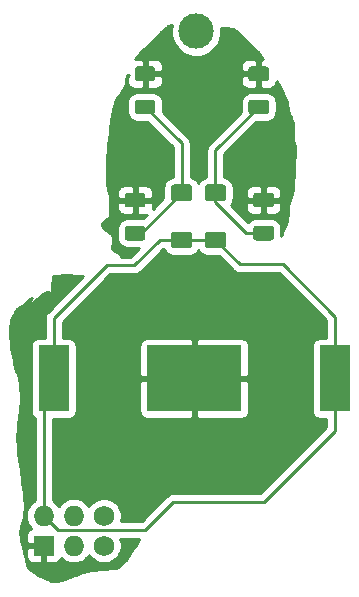
<source format=gbr>
G04 #@! TF.GenerationSoftware,KiCad,Pcbnew,(5.1.2)-1*
G04 #@! TF.CreationDate,2019-09-13T22:49:14-05:00*
G04 #@! TF.ProjectId,keanu-homeboy,6b65616e-752d-4686-9f6d-65626f792e6b,rev?*
G04 #@! TF.SameCoordinates,Original*
G04 #@! TF.FileFunction,Copper,L2,Bot*
G04 #@! TF.FilePolarity,Positive*
%FSLAX46Y46*%
G04 Gerber Fmt 4.6, Leading zero omitted, Abs format (unit mm)*
G04 Created by KiCad (PCBNEW (5.1.2)-1) date 2019-09-13 22:49:14*
%MOMM*%
%LPD*%
G04 APERTURE LIST*
%ADD10C,3.000000*%
%ADD11C,1.727200*%
%ADD12O,1.727200X1.727200*%
%ADD13R,1.727200X1.727200*%
%ADD14R,8.000000X5.560000*%
%ADD15R,2.600000X5.560000*%
%ADD16C,0.100000*%
%ADD17C,1.250000*%
%ADD18C,1.400000*%
%ADD19C,0.250000*%
%ADD20C,0.254000*%
G04 APERTURE END LIST*
D10*
X-4655820Y27063700D03*
D11*
X-12476480Y-13944600D03*
X-12476480Y-16484600D03*
D12*
X-15016480Y-13944600D03*
X-15016480Y-16484600D03*
X-17556480Y-13944600D03*
D13*
X-17556480Y-16484600D03*
D14*
X-4820619Y-2322908D03*
D15*
X7084381Y-2322908D03*
X-16725619Y-2322908D03*
D16*
G36*
X-9175216Y13405536D02*
G01*
X-9150947Y13401936D01*
X-9127149Y13395975D01*
X-9104049Y13387710D01*
X-9081871Y13377220D01*
X-9060827Y13364607D01*
X-9041122Y13349993D01*
X-9022943Y13333517D01*
X-9006467Y13315338D01*
X-8991853Y13295633D01*
X-8979240Y13274589D01*
X-8968750Y13252411D01*
X-8960485Y13229311D01*
X-8954524Y13205513D01*
X-8950924Y13181244D01*
X-8949720Y13156740D01*
X-8949720Y12406740D01*
X-8950924Y12382236D01*
X-8954524Y12357967D01*
X-8960485Y12334169D01*
X-8968750Y12311069D01*
X-8979240Y12288891D01*
X-8991853Y12267847D01*
X-9006467Y12248142D01*
X-9022943Y12229963D01*
X-9041122Y12213487D01*
X-9060827Y12198873D01*
X-9081871Y12186260D01*
X-9104049Y12175770D01*
X-9127149Y12167505D01*
X-9150947Y12161544D01*
X-9175216Y12157944D01*
X-9199720Y12156740D01*
X-10449720Y12156740D01*
X-10474224Y12157944D01*
X-10498493Y12161544D01*
X-10522291Y12167505D01*
X-10545391Y12175770D01*
X-10567569Y12186260D01*
X-10588613Y12198873D01*
X-10608318Y12213487D01*
X-10626497Y12229963D01*
X-10642973Y12248142D01*
X-10657587Y12267847D01*
X-10670200Y12288891D01*
X-10680690Y12311069D01*
X-10688955Y12334169D01*
X-10694916Y12357967D01*
X-10698516Y12382236D01*
X-10699720Y12406740D01*
X-10699720Y13156740D01*
X-10698516Y13181244D01*
X-10694916Y13205513D01*
X-10688955Y13229311D01*
X-10680690Y13252411D01*
X-10670200Y13274589D01*
X-10657587Y13295633D01*
X-10642973Y13315338D01*
X-10626497Y13333517D01*
X-10608318Y13349993D01*
X-10588613Y13364607D01*
X-10567569Y13377220D01*
X-10545391Y13387710D01*
X-10522291Y13395975D01*
X-10498493Y13401936D01*
X-10474224Y13405536D01*
X-10449720Y13406740D01*
X-9199720Y13406740D01*
X-9175216Y13405536D01*
X-9175216Y13405536D01*
G37*
D17*
X-9824720Y12781740D03*
D16*
G36*
X-9175216Y10605536D02*
G01*
X-9150947Y10601936D01*
X-9127149Y10595975D01*
X-9104049Y10587710D01*
X-9081871Y10577220D01*
X-9060827Y10564607D01*
X-9041122Y10549993D01*
X-9022943Y10533517D01*
X-9006467Y10515338D01*
X-8991853Y10495633D01*
X-8979240Y10474589D01*
X-8968750Y10452411D01*
X-8960485Y10429311D01*
X-8954524Y10405513D01*
X-8950924Y10381244D01*
X-8949720Y10356740D01*
X-8949720Y9606740D01*
X-8950924Y9582236D01*
X-8954524Y9557967D01*
X-8960485Y9534169D01*
X-8968750Y9511069D01*
X-8979240Y9488891D01*
X-8991853Y9467847D01*
X-9006467Y9448142D01*
X-9022943Y9429963D01*
X-9041122Y9413487D01*
X-9060827Y9398873D01*
X-9081871Y9386260D01*
X-9104049Y9375770D01*
X-9127149Y9367505D01*
X-9150947Y9361544D01*
X-9175216Y9357944D01*
X-9199720Y9356740D01*
X-10449720Y9356740D01*
X-10474224Y9357944D01*
X-10498493Y9361544D01*
X-10522291Y9367505D01*
X-10545391Y9375770D01*
X-10567569Y9386260D01*
X-10588613Y9398873D01*
X-10608318Y9413487D01*
X-10626497Y9429963D01*
X-10642973Y9448142D01*
X-10657587Y9467847D01*
X-10670200Y9488891D01*
X-10680690Y9511069D01*
X-10688955Y9534169D01*
X-10694916Y9557967D01*
X-10698516Y9582236D01*
X-10699720Y9606740D01*
X-10699720Y10356740D01*
X-10698516Y10381244D01*
X-10694916Y10405513D01*
X-10688955Y10429311D01*
X-10680690Y10452411D01*
X-10670200Y10474589D01*
X-10657587Y10495633D01*
X-10642973Y10515338D01*
X-10626497Y10533517D01*
X-10608318Y10549993D01*
X-10588613Y10564607D01*
X-10567569Y10577220D01*
X-10545391Y10587710D01*
X-10522291Y10595975D01*
X-10498493Y10601936D01*
X-10474224Y10605536D01*
X-10449720Y10606740D01*
X-9199720Y10606740D01*
X-9175216Y10605536D01*
X-9175216Y10605536D01*
G37*
D17*
X-9824720Y9981740D03*
D16*
G36*
X-8337016Y21291776D02*
G01*
X-8312747Y21288176D01*
X-8288949Y21282215D01*
X-8265849Y21273950D01*
X-8243671Y21263460D01*
X-8222627Y21250847D01*
X-8202922Y21236233D01*
X-8184743Y21219757D01*
X-8168267Y21201578D01*
X-8153653Y21181873D01*
X-8141040Y21160829D01*
X-8130550Y21138651D01*
X-8122285Y21115551D01*
X-8116324Y21091753D01*
X-8112724Y21067484D01*
X-8111520Y21042980D01*
X-8111520Y20292980D01*
X-8112724Y20268476D01*
X-8116324Y20244207D01*
X-8122285Y20220409D01*
X-8130550Y20197309D01*
X-8141040Y20175131D01*
X-8153653Y20154087D01*
X-8168267Y20134382D01*
X-8184743Y20116203D01*
X-8202922Y20099727D01*
X-8222627Y20085113D01*
X-8243671Y20072500D01*
X-8265849Y20062010D01*
X-8288949Y20053745D01*
X-8312747Y20047784D01*
X-8337016Y20044184D01*
X-8361520Y20042980D01*
X-9611520Y20042980D01*
X-9636024Y20044184D01*
X-9660293Y20047784D01*
X-9684091Y20053745D01*
X-9707191Y20062010D01*
X-9729369Y20072500D01*
X-9750413Y20085113D01*
X-9770118Y20099727D01*
X-9788297Y20116203D01*
X-9804773Y20134382D01*
X-9819387Y20154087D01*
X-9832000Y20175131D01*
X-9842490Y20197309D01*
X-9850755Y20220409D01*
X-9856716Y20244207D01*
X-9860316Y20268476D01*
X-9861520Y20292980D01*
X-9861520Y21042980D01*
X-9860316Y21067484D01*
X-9856716Y21091753D01*
X-9850755Y21115551D01*
X-9842490Y21138651D01*
X-9832000Y21160829D01*
X-9819387Y21181873D01*
X-9804773Y21201578D01*
X-9788297Y21219757D01*
X-9770118Y21236233D01*
X-9750413Y21250847D01*
X-9729369Y21263460D01*
X-9707191Y21273950D01*
X-9684091Y21282215D01*
X-9660293Y21288176D01*
X-9636024Y21291776D01*
X-9611520Y21292980D01*
X-8361520Y21292980D01*
X-8337016Y21291776D01*
X-8337016Y21291776D01*
G37*
D17*
X-8986520Y20667980D03*
D16*
G36*
X-8337016Y24091776D02*
G01*
X-8312747Y24088176D01*
X-8288949Y24082215D01*
X-8265849Y24073950D01*
X-8243671Y24063460D01*
X-8222627Y24050847D01*
X-8202922Y24036233D01*
X-8184743Y24019757D01*
X-8168267Y24001578D01*
X-8153653Y23981873D01*
X-8141040Y23960829D01*
X-8130550Y23938651D01*
X-8122285Y23915551D01*
X-8116324Y23891753D01*
X-8112724Y23867484D01*
X-8111520Y23842980D01*
X-8111520Y23092980D01*
X-8112724Y23068476D01*
X-8116324Y23044207D01*
X-8122285Y23020409D01*
X-8130550Y22997309D01*
X-8141040Y22975131D01*
X-8153653Y22954087D01*
X-8168267Y22934382D01*
X-8184743Y22916203D01*
X-8202922Y22899727D01*
X-8222627Y22885113D01*
X-8243671Y22872500D01*
X-8265849Y22862010D01*
X-8288949Y22853745D01*
X-8312747Y22847784D01*
X-8337016Y22844184D01*
X-8361520Y22842980D01*
X-9611520Y22842980D01*
X-9636024Y22844184D01*
X-9660293Y22847784D01*
X-9684091Y22853745D01*
X-9707191Y22862010D01*
X-9729369Y22872500D01*
X-9750413Y22885113D01*
X-9770118Y22899727D01*
X-9788297Y22916203D01*
X-9804773Y22934382D01*
X-9819387Y22954087D01*
X-9832000Y22975131D01*
X-9842490Y22997309D01*
X-9850755Y23020409D01*
X-9856716Y23044207D01*
X-9860316Y23068476D01*
X-9861520Y23092980D01*
X-9861520Y23842980D01*
X-9860316Y23867484D01*
X-9856716Y23891753D01*
X-9850755Y23915551D01*
X-9842490Y23938651D01*
X-9832000Y23960829D01*
X-9819387Y23981873D01*
X-9804773Y24001578D01*
X-9788297Y24019757D01*
X-9770118Y24036233D01*
X-9750413Y24050847D01*
X-9729369Y24063460D01*
X-9707191Y24073950D01*
X-9684091Y24082215D01*
X-9660293Y24088176D01*
X-9636024Y24091776D01*
X-9611520Y24092980D01*
X-8361520Y24092980D01*
X-8337016Y24091776D01*
X-8337016Y24091776D01*
G37*
D17*
X-8986520Y23467980D03*
D16*
G36*
X1289584Y24091776D02*
G01*
X1313853Y24088176D01*
X1337651Y24082215D01*
X1360751Y24073950D01*
X1382929Y24063460D01*
X1403973Y24050847D01*
X1423678Y24036233D01*
X1441857Y24019757D01*
X1458333Y24001578D01*
X1472947Y23981873D01*
X1485560Y23960829D01*
X1496050Y23938651D01*
X1504315Y23915551D01*
X1510276Y23891753D01*
X1513876Y23867484D01*
X1515080Y23842980D01*
X1515080Y23092980D01*
X1513876Y23068476D01*
X1510276Y23044207D01*
X1504315Y23020409D01*
X1496050Y22997309D01*
X1485560Y22975131D01*
X1472947Y22954087D01*
X1458333Y22934382D01*
X1441857Y22916203D01*
X1423678Y22899727D01*
X1403973Y22885113D01*
X1382929Y22872500D01*
X1360751Y22862010D01*
X1337651Y22853745D01*
X1313853Y22847784D01*
X1289584Y22844184D01*
X1265080Y22842980D01*
X15080Y22842980D01*
X-9424Y22844184D01*
X-33693Y22847784D01*
X-57491Y22853745D01*
X-80591Y22862010D01*
X-102769Y22872500D01*
X-123813Y22885113D01*
X-143518Y22899727D01*
X-161697Y22916203D01*
X-178173Y22934382D01*
X-192787Y22954087D01*
X-205400Y22975131D01*
X-215890Y22997309D01*
X-224155Y23020409D01*
X-230116Y23044207D01*
X-233716Y23068476D01*
X-234920Y23092980D01*
X-234920Y23842980D01*
X-233716Y23867484D01*
X-230116Y23891753D01*
X-224155Y23915551D01*
X-215890Y23938651D01*
X-205400Y23960829D01*
X-192787Y23981873D01*
X-178173Y24001578D01*
X-161697Y24019757D01*
X-143518Y24036233D01*
X-123813Y24050847D01*
X-102769Y24063460D01*
X-80591Y24073950D01*
X-57491Y24082215D01*
X-33693Y24088176D01*
X-9424Y24091776D01*
X15080Y24092980D01*
X1265080Y24092980D01*
X1289584Y24091776D01*
X1289584Y24091776D01*
G37*
D17*
X640080Y23467980D03*
D16*
G36*
X1289584Y21291776D02*
G01*
X1313853Y21288176D01*
X1337651Y21282215D01*
X1360751Y21273950D01*
X1382929Y21263460D01*
X1403973Y21250847D01*
X1423678Y21236233D01*
X1441857Y21219757D01*
X1458333Y21201578D01*
X1472947Y21181873D01*
X1485560Y21160829D01*
X1496050Y21138651D01*
X1504315Y21115551D01*
X1510276Y21091753D01*
X1513876Y21067484D01*
X1515080Y21042980D01*
X1515080Y20292980D01*
X1513876Y20268476D01*
X1510276Y20244207D01*
X1504315Y20220409D01*
X1496050Y20197309D01*
X1485560Y20175131D01*
X1472947Y20154087D01*
X1458333Y20134382D01*
X1441857Y20116203D01*
X1423678Y20099727D01*
X1403973Y20085113D01*
X1382929Y20072500D01*
X1360751Y20062010D01*
X1337651Y20053745D01*
X1313853Y20047784D01*
X1289584Y20044184D01*
X1265080Y20042980D01*
X15080Y20042980D01*
X-9424Y20044184D01*
X-33693Y20047784D01*
X-57491Y20053745D01*
X-80591Y20062010D01*
X-102769Y20072500D01*
X-123813Y20085113D01*
X-143518Y20099727D01*
X-161697Y20116203D01*
X-178173Y20134382D01*
X-192787Y20154087D01*
X-205400Y20175131D01*
X-215890Y20197309D01*
X-224155Y20220409D01*
X-230116Y20244207D01*
X-233716Y20268476D01*
X-234920Y20292980D01*
X-234920Y21042980D01*
X-233716Y21067484D01*
X-230116Y21091753D01*
X-224155Y21115551D01*
X-215890Y21138651D01*
X-205400Y21160829D01*
X-192787Y21181873D01*
X-178173Y21201578D01*
X-161697Y21219757D01*
X-143518Y21236233D01*
X-123813Y21250847D01*
X-102769Y21263460D01*
X-80591Y21273950D01*
X-57491Y21282215D01*
X-33693Y21288176D01*
X-9424Y21291776D01*
X15080Y21292980D01*
X1265080Y21292980D01*
X1289584Y21291776D01*
X1289584Y21291776D01*
G37*
D17*
X640080Y20667980D03*
D16*
G36*
X1695984Y10605536D02*
G01*
X1720253Y10601936D01*
X1744051Y10595975D01*
X1767151Y10587710D01*
X1789329Y10577220D01*
X1810373Y10564607D01*
X1830078Y10549993D01*
X1848257Y10533517D01*
X1864733Y10515338D01*
X1879347Y10495633D01*
X1891960Y10474589D01*
X1902450Y10452411D01*
X1910715Y10429311D01*
X1916676Y10405513D01*
X1920276Y10381244D01*
X1921480Y10356740D01*
X1921480Y9606740D01*
X1920276Y9582236D01*
X1916676Y9557967D01*
X1910715Y9534169D01*
X1902450Y9511069D01*
X1891960Y9488891D01*
X1879347Y9467847D01*
X1864733Y9448142D01*
X1848257Y9429963D01*
X1830078Y9413487D01*
X1810373Y9398873D01*
X1789329Y9386260D01*
X1767151Y9375770D01*
X1744051Y9367505D01*
X1720253Y9361544D01*
X1695984Y9357944D01*
X1671480Y9356740D01*
X421480Y9356740D01*
X396976Y9357944D01*
X372707Y9361544D01*
X348909Y9367505D01*
X325809Y9375770D01*
X303631Y9386260D01*
X282587Y9398873D01*
X262882Y9413487D01*
X244703Y9429963D01*
X228227Y9448142D01*
X213613Y9467847D01*
X201000Y9488891D01*
X190510Y9511069D01*
X182245Y9534169D01*
X176284Y9557967D01*
X172684Y9582236D01*
X171480Y9606740D01*
X171480Y10356740D01*
X172684Y10381244D01*
X176284Y10405513D01*
X182245Y10429311D01*
X190510Y10452411D01*
X201000Y10474589D01*
X213613Y10495633D01*
X228227Y10515338D01*
X244703Y10533517D01*
X262882Y10549993D01*
X282587Y10564607D01*
X303631Y10577220D01*
X325809Y10587710D01*
X348909Y10595975D01*
X372707Y10601936D01*
X396976Y10605536D01*
X421480Y10606740D01*
X1671480Y10606740D01*
X1695984Y10605536D01*
X1695984Y10605536D01*
G37*
D17*
X1046480Y9981740D03*
D16*
G36*
X1695984Y13405536D02*
G01*
X1720253Y13401936D01*
X1744051Y13395975D01*
X1767151Y13387710D01*
X1789329Y13377220D01*
X1810373Y13364607D01*
X1830078Y13349993D01*
X1848257Y13333517D01*
X1864733Y13315338D01*
X1879347Y13295633D01*
X1891960Y13274589D01*
X1902450Y13252411D01*
X1910715Y13229311D01*
X1916676Y13205513D01*
X1920276Y13181244D01*
X1921480Y13156740D01*
X1921480Y12406740D01*
X1920276Y12382236D01*
X1916676Y12357967D01*
X1910715Y12334169D01*
X1902450Y12311069D01*
X1891960Y12288891D01*
X1879347Y12267847D01*
X1864733Y12248142D01*
X1848257Y12229963D01*
X1830078Y12213487D01*
X1810373Y12198873D01*
X1789329Y12186260D01*
X1767151Y12175770D01*
X1744051Y12167505D01*
X1720253Y12161544D01*
X1695984Y12157944D01*
X1671480Y12156740D01*
X421480Y12156740D01*
X396976Y12157944D01*
X372707Y12161544D01*
X348909Y12167505D01*
X325809Y12175770D01*
X303631Y12186260D01*
X282587Y12198873D01*
X262882Y12213487D01*
X244703Y12229963D01*
X228227Y12248142D01*
X213613Y12267847D01*
X201000Y12288891D01*
X190510Y12311069D01*
X182245Y12334169D01*
X176284Y12357967D01*
X172684Y12382236D01*
X171480Y12406740D01*
X171480Y13156740D01*
X172684Y13181244D01*
X176284Y13205513D01*
X182245Y13229311D01*
X190510Y13252411D01*
X201000Y13274589D01*
X213613Y13295633D01*
X228227Y13315338D01*
X244703Y13333517D01*
X262882Y13349993D01*
X282587Y13364607D01*
X303631Y13377220D01*
X325809Y13387710D01*
X348909Y13395975D01*
X372707Y13401936D01*
X396976Y13405536D01*
X421480Y13406740D01*
X1671480Y13406740D01*
X1695984Y13405536D01*
X1695984Y13405536D01*
G37*
D17*
X1046480Y12781740D03*
D16*
G36*
X-5218295Y14100536D02*
G01*
X-5194027Y14096936D01*
X-5170228Y14090975D01*
X-5147129Y14082710D01*
X-5124950Y14072220D01*
X-5103907Y14059608D01*
X-5084201Y14044993D01*
X-5066023Y14028517D01*
X-5049547Y14010339D01*
X-5034932Y13990633D01*
X-5022320Y13969590D01*
X-5011830Y13947411D01*
X-5003565Y13924312D01*
X-4997604Y13900513D01*
X-4994004Y13876245D01*
X-4992800Y13851741D01*
X-4992800Y12951739D01*
X-4994004Y12927235D01*
X-4997604Y12902967D01*
X-5003565Y12879168D01*
X-5011830Y12856069D01*
X-5022320Y12833890D01*
X-5034932Y12812847D01*
X-5049547Y12793141D01*
X-5066023Y12774963D01*
X-5084201Y12758487D01*
X-5103907Y12743872D01*
X-5124950Y12731260D01*
X-5147129Y12720770D01*
X-5170228Y12712505D01*
X-5194027Y12706544D01*
X-5218295Y12702944D01*
X-5242799Y12701740D01*
X-6542801Y12701740D01*
X-6567305Y12702944D01*
X-6591573Y12706544D01*
X-6615372Y12712505D01*
X-6638471Y12720770D01*
X-6660650Y12731260D01*
X-6681693Y12743872D01*
X-6701399Y12758487D01*
X-6719577Y12774963D01*
X-6736053Y12793141D01*
X-6750668Y12812847D01*
X-6763280Y12833890D01*
X-6773770Y12856069D01*
X-6782035Y12879168D01*
X-6787996Y12902967D01*
X-6791596Y12927235D01*
X-6792800Y12951739D01*
X-6792800Y13851741D01*
X-6791596Y13876245D01*
X-6787996Y13900513D01*
X-6782035Y13924312D01*
X-6773770Y13947411D01*
X-6763280Y13969590D01*
X-6750668Y13990633D01*
X-6736053Y14010339D01*
X-6719577Y14028517D01*
X-6701399Y14044993D01*
X-6681693Y14059608D01*
X-6660650Y14072220D01*
X-6638471Y14082710D01*
X-6615372Y14090975D01*
X-6591573Y14096936D01*
X-6567305Y14100536D01*
X-6542801Y14101740D01*
X-5242799Y14101740D01*
X-5218295Y14100536D01*
X-5218295Y14100536D01*
G37*
D18*
X-5892800Y13401740D03*
D16*
G36*
X-5218295Y10100536D02*
G01*
X-5194027Y10096936D01*
X-5170228Y10090975D01*
X-5147129Y10082710D01*
X-5124950Y10072220D01*
X-5103907Y10059608D01*
X-5084201Y10044993D01*
X-5066023Y10028517D01*
X-5049547Y10010339D01*
X-5034932Y9990633D01*
X-5022320Y9969590D01*
X-5011830Y9947411D01*
X-5003565Y9924312D01*
X-4997604Y9900513D01*
X-4994004Y9876245D01*
X-4992800Y9851741D01*
X-4992800Y8951739D01*
X-4994004Y8927235D01*
X-4997604Y8902967D01*
X-5003565Y8879168D01*
X-5011830Y8856069D01*
X-5022320Y8833890D01*
X-5034932Y8812847D01*
X-5049547Y8793141D01*
X-5066023Y8774963D01*
X-5084201Y8758487D01*
X-5103907Y8743872D01*
X-5124950Y8731260D01*
X-5147129Y8720770D01*
X-5170228Y8712505D01*
X-5194027Y8706544D01*
X-5218295Y8702944D01*
X-5242799Y8701740D01*
X-6542801Y8701740D01*
X-6567305Y8702944D01*
X-6591573Y8706544D01*
X-6615372Y8712505D01*
X-6638471Y8720770D01*
X-6660650Y8731260D01*
X-6681693Y8743872D01*
X-6701399Y8758487D01*
X-6719577Y8774963D01*
X-6736053Y8793141D01*
X-6750668Y8812847D01*
X-6763280Y8833890D01*
X-6773770Y8856069D01*
X-6782035Y8879168D01*
X-6787996Y8902967D01*
X-6791596Y8927235D01*
X-6792800Y8951739D01*
X-6792800Y9851741D01*
X-6791596Y9876245D01*
X-6787996Y9900513D01*
X-6782035Y9924312D01*
X-6773770Y9947411D01*
X-6763280Y9969590D01*
X-6750668Y9990633D01*
X-6736053Y10010339D01*
X-6719577Y10028517D01*
X-6701399Y10044993D01*
X-6681693Y10059608D01*
X-6660650Y10072220D01*
X-6638471Y10082710D01*
X-6615372Y10090975D01*
X-6591573Y10096936D01*
X-6567305Y10100536D01*
X-6542801Y10101740D01*
X-5242799Y10101740D01*
X-5218295Y10100536D01*
X-5218295Y10100536D01*
G37*
D18*
X-5892800Y9401740D03*
D16*
G36*
X-2353175Y10100536D02*
G01*
X-2328907Y10096936D01*
X-2305108Y10090975D01*
X-2282009Y10082710D01*
X-2259830Y10072220D01*
X-2238787Y10059608D01*
X-2219081Y10044993D01*
X-2200903Y10028517D01*
X-2184427Y10010339D01*
X-2169812Y9990633D01*
X-2157200Y9969590D01*
X-2146710Y9947411D01*
X-2138445Y9924312D01*
X-2132484Y9900513D01*
X-2128884Y9876245D01*
X-2127680Y9851741D01*
X-2127680Y8951739D01*
X-2128884Y8927235D01*
X-2132484Y8902967D01*
X-2138445Y8879168D01*
X-2146710Y8856069D01*
X-2157200Y8833890D01*
X-2169812Y8812847D01*
X-2184427Y8793141D01*
X-2200903Y8774963D01*
X-2219081Y8758487D01*
X-2238787Y8743872D01*
X-2259830Y8731260D01*
X-2282009Y8720770D01*
X-2305108Y8712505D01*
X-2328907Y8706544D01*
X-2353175Y8702944D01*
X-2377679Y8701740D01*
X-3677681Y8701740D01*
X-3702185Y8702944D01*
X-3726453Y8706544D01*
X-3750252Y8712505D01*
X-3773351Y8720770D01*
X-3795530Y8731260D01*
X-3816573Y8743872D01*
X-3836279Y8758487D01*
X-3854457Y8774963D01*
X-3870933Y8793141D01*
X-3885548Y8812847D01*
X-3898160Y8833890D01*
X-3908650Y8856069D01*
X-3916915Y8879168D01*
X-3922876Y8902967D01*
X-3926476Y8927235D01*
X-3927680Y8951739D01*
X-3927680Y9851741D01*
X-3926476Y9876245D01*
X-3922876Y9900513D01*
X-3916915Y9924312D01*
X-3908650Y9947411D01*
X-3898160Y9969590D01*
X-3885548Y9990633D01*
X-3870933Y10010339D01*
X-3854457Y10028517D01*
X-3836279Y10044993D01*
X-3816573Y10059608D01*
X-3795530Y10072220D01*
X-3773351Y10082710D01*
X-3750252Y10090975D01*
X-3726453Y10096936D01*
X-3702185Y10100536D01*
X-3677681Y10101740D01*
X-2377679Y10101740D01*
X-2353175Y10100536D01*
X-2353175Y10100536D01*
G37*
D18*
X-3027680Y9401740D03*
D16*
G36*
X-2353175Y14100536D02*
G01*
X-2328907Y14096936D01*
X-2305108Y14090975D01*
X-2282009Y14082710D01*
X-2259830Y14072220D01*
X-2238787Y14059608D01*
X-2219081Y14044993D01*
X-2200903Y14028517D01*
X-2184427Y14010339D01*
X-2169812Y13990633D01*
X-2157200Y13969590D01*
X-2146710Y13947411D01*
X-2138445Y13924312D01*
X-2132484Y13900513D01*
X-2128884Y13876245D01*
X-2127680Y13851741D01*
X-2127680Y12951739D01*
X-2128884Y12927235D01*
X-2132484Y12902967D01*
X-2138445Y12879168D01*
X-2146710Y12856069D01*
X-2157200Y12833890D01*
X-2169812Y12812847D01*
X-2184427Y12793141D01*
X-2200903Y12774963D01*
X-2219081Y12758487D01*
X-2238787Y12743872D01*
X-2259830Y12731260D01*
X-2282009Y12720770D01*
X-2305108Y12712505D01*
X-2328907Y12706544D01*
X-2353175Y12702944D01*
X-2377679Y12701740D01*
X-3677681Y12701740D01*
X-3702185Y12702944D01*
X-3726453Y12706544D01*
X-3750252Y12712505D01*
X-3773351Y12720770D01*
X-3795530Y12731260D01*
X-3816573Y12743872D01*
X-3836279Y12758487D01*
X-3854457Y12774963D01*
X-3870933Y12793141D01*
X-3885548Y12812847D01*
X-3898160Y12833890D01*
X-3908650Y12856069D01*
X-3916915Y12879168D01*
X-3922876Y12902967D01*
X-3926476Y12927235D01*
X-3927680Y12951739D01*
X-3927680Y13851741D01*
X-3926476Y13876245D01*
X-3922876Y13900513D01*
X-3916915Y13924312D01*
X-3908650Y13947411D01*
X-3898160Y13969590D01*
X-3885548Y13990633D01*
X-3870933Y14010339D01*
X-3854457Y14028517D01*
X-3836279Y14044993D01*
X-3816573Y14059608D01*
X-3795530Y14072220D01*
X-3773351Y14082710D01*
X-3750252Y14090975D01*
X-3726453Y14096936D01*
X-3702185Y14100536D01*
X-3677681Y14101740D01*
X-2377679Y14101740D01*
X-2353175Y14100536D01*
X-2353175Y14100536D01*
G37*
D18*
X-3027680Y13401740D03*
D19*
X-6480971Y9401740D02*
X-5892800Y9401740D01*
X-16725619Y-2322908D02*
X-16725619Y-842908D01*
X-4892800Y9401740D02*
X-3027680Y9401740D01*
X-5892800Y9401740D02*
X-4892800Y9401740D01*
X-971620Y7345680D02*
X-3027680Y9401740D01*
X2661920Y7345680D02*
X-971620Y7345680D01*
X7086600Y2921000D02*
X2661920Y7345680D01*
X7086600Y-840689D02*
X7086600Y2921000D01*
X7084381Y-2322908D02*
X7084381Y-842908D01*
X7084381Y-842908D02*
X7086600Y-840689D01*
X-17556480Y-3153769D02*
X-16725619Y-2322908D01*
X-17556480Y-13944600D02*
X-17556480Y-3153769D01*
X-8967789Y-15133201D02*
X-6626028Y-12791440D01*
X-17556480Y-13944600D02*
X-16367879Y-15133201D01*
X-16367879Y-15133201D02*
X-8967789Y-15133201D01*
X-6626028Y-12791440D02*
X1064260Y-12791440D01*
X7084381Y-6771319D02*
X7084381Y-2322908D01*
X1064260Y-12791440D02*
X7084381Y-6771319D01*
X-7750880Y9401740D02*
X-5892800Y9401740D01*
X-16725619Y707092D02*
X-16718280Y714431D01*
X-16725619Y-2322908D02*
X-16725619Y707092D01*
X-16718280Y2763520D02*
X-12240260Y7241540D01*
X-16718280Y714431D02*
X-16718280Y2763520D01*
X-12240260Y7241540D02*
X-9911080Y7241540D01*
X-9911080Y7241540D02*
X-7750880Y9401740D01*
X-9312800Y9981740D02*
X-9824720Y9981740D01*
X-5892800Y13401740D02*
X-9312800Y9981740D01*
X-5892800Y17574260D02*
X-8986520Y20667980D01*
X-5892800Y13401740D02*
X-5892800Y17574260D01*
X71480Y9981740D02*
X1046480Y9981740D01*
X-407680Y9981740D02*
X71480Y9981740D01*
X-3027680Y12601740D02*
X-407680Y9981740D01*
X-3027680Y13401740D02*
X-3027680Y12601740D01*
X-3027680Y17000220D02*
X640080Y20667980D01*
X-3027680Y13401740D02*
X-3027680Y17000220D01*
D20*
G36*
X-15443521Y6397086D02*
G01*
X-15294486Y6395762D01*
X-15152577Y6393733D01*
X-15020808Y6390977D01*
X-14964284Y6389455D01*
X-14747458Y6382733D01*
X-14554564Y6375824D01*
X-14385083Y6368653D01*
X-14236995Y6361087D01*
X-14197973Y6358628D01*
X-17229282Y3327319D01*
X-17258280Y3303521D01*
X-17282078Y3274523D01*
X-17282079Y3274522D01*
X-17353254Y3187796D01*
X-17423826Y3055766D01*
X-17438139Y3008580D01*
X-17467282Y2912506D01*
X-17476004Y2823952D01*
X-17481956Y2763520D01*
X-17478279Y2726188D01*
X-17478280Y1095164D01*
X-18025619Y1095164D01*
X-18150101Y1082904D01*
X-18269799Y1046594D01*
X-18380113Y987629D01*
X-18476804Y908277D01*
X-18556156Y811586D01*
X-18615121Y701272D01*
X-18651431Y581574D01*
X-18663691Y457092D01*
X-18663691Y-5102908D01*
X-18651431Y-5227390D01*
X-18615121Y-5347088D01*
X-18556156Y-5457402D01*
X-18476804Y-5554093D01*
X-18380113Y-5633445D01*
X-18316479Y-5667458D01*
X-18316480Y-12651584D01*
X-18393086Y-12692531D01*
X-18621277Y-12879803D01*
X-18808549Y-13107994D01*
X-18947705Y-13368336D01*
X-19033396Y-13650823D01*
X-19062331Y-13944600D01*
X-19033396Y-14238377D01*
X-18947705Y-14520864D01*
X-18808549Y-14781206D01*
X-18621277Y-15009397D01*
X-18613215Y-15016014D01*
X-18664260Y-15031498D01*
X-18774574Y-15090463D01*
X-18871265Y-15169815D01*
X-18950617Y-15266506D01*
X-19009582Y-15376820D01*
X-19045892Y-15496518D01*
X-19058152Y-15621000D01*
X-19055080Y-16198850D01*
X-18896330Y-16357600D01*
X-17683480Y-16357600D01*
X-17683480Y-16337600D01*
X-17429480Y-16337600D01*
X-17429480Y-16357600D01*
X-17409480Y-16357600D01*
X-17409480Y-16611600D01*
X-17429480Y-16611600D01*
X-17429480Y-17824450D01*
X-17270730Y-17983200D01*
X-16692880Y-17986272D01*
X-16568398Y-17974012D01*
X-16448700Y-17937702D01*
X-16338386Y-17878737D01*
X-16241695Y-17799385D01*
X-16162343Y-17702694D01*
X-16103378Y-17592380D01*
X-16087894Y-17541335D01*
X-16081277Y-17549397D01*
X-15853086Y-17736669D01*
X-15592744Y-17875825D01*
X-15310257Y-17961516D01*
X-15090099Y-17983200D01*
X-14942861Y-17983200D01*
X-14722703Y-17961516D01*
X-14440216Y-17875825D01*
X-14179874Y-17736669D01*
X-13951683Y-17549397D01*
X-13764411Y-17321206D01*
X-13744597Y-17284137D01*
X-13640519Y-17439902D01*
X-13431782Y-17648639D01*
X-13186333Y-17812642D01*
X-12913605Y-17925610D01*
X-12624079Y-17983200D01*
X-12328881Y-17983200D01*
X-12039355Y-17925610D01*
X-11766627Y-17812642D01*
X-11521178Y-17648639D01*
X-11312441Y-17439902D01*
X-11148438Y-17194453D01*
X-11035470Y-16921725D01*
X-10977880Y-16632199D01*
X-10977880Y-16337001D01*
X-11035470Y-16047475D01*
X-11099373Y-15893201D01*
X-9456022Y-15893201D01*
X-9480279Y-15935824D01*
X-9756734Y-16402935D01*
X-10057613Y-16878849D01*
X-10347328Y-17294196D01*
X-10626305Y-17652069D01*
X-10753284Y-17799948D01*
X-10877279Y-17934099D01*
X-10993664Y-18049900D01*
X-11100745Y-18146554D01*
X-11196271Y-18223297D01*
X-11277249Y-18279617D01*
X-11339562Y-18315549D01*
X-11377868Y-18332560D01*
X-11386038Y-18334959D01*
X-11405149Y-18337259D01*
X-11644528Y-18349130D01*
X-11665915Y-18349424D01*
X-11678125Y-18350796D01*
X-11690380Y-18351404D01*
X-11711512Y-18354549D01*
X-11871119Y-18372487D01*
X-11875082Y-18372587D01*
X-11904570Y-18376246D01*
X-11934054Y-18379560D01*
X-11937926Y-18380386D01*
X-12237337Y-18417541D01*
X-12802264Y-18474043D01*
X-12807044Y-18474117D01*
X-12835789Y-18477396D01*
X-12864480Y-18480266D01*
X-12869152Y-18481203D01*
X-13134553Y-18511481D01*
X-13149542Y-18512370D01*
X-13167948Y-18515291D01*
X-13186476Y-18517405D01*
X-13201165Y-18520563D01*
X-13477221Y-18564376D01*
X-13492304Y-18565941D01*
X-13510446Y-18569649D01*
X-13528714Y-18572548D01*
X-13543370Y-18576377D01*
X-13824574Y-18633848D01*
X-13838945Y-18635957D01*
X-13857540Y-18640585D01*
X-13876286Y-18644416D01*
X-13890143Y-18648699D01*
X-14180404Y-18720938D01*
X-14193431Y-18723367D01*
X-14213044Y-18729061D01*
X-14232845Y-18733989D01*
X-14245320Y-18738431D01*
X-14548913Y-18826570D01*
X-14560213Y-18829075D01*
X-14581187Y-18835940D01*
X-14602402Y-18842099D01*
X-14613158Y-18846404D01*
X-14934779Y-18951672D01*
X-14944238Y-18954053D01*
X-14966750Y-18962136D01*
X-14989467Y-18969572D01*
X-14998389Y-18973498D01*
X-15343161Y-19097299D01*
X-15350824Y-19099417D01*
X-15374852Y-19108678D01*
X-15399027Y-19117359D01*
X-15406193Y-19120758D01*
X-15803424Y-19273865D01*
X-16031010Y-19360277D01*
X-16213713Y-19421449D01*
X-16361407Y-19461754D01*
X-16478749Y-19484392D01*
X-16573722Y-19493626D01*
X-16658336Y-19492976D01*
X-16746954Y-19483005D01*
X-16828783Y-19466133D01*
X-16847894Y-19459328D01*
X-16852820Y-19458605D01*
X-16857532Y-19457003D01*
X-16871533Y-19455153D01*
X-16910881Y-19443546D01*
X-17009258Y-19408127D01*
X-17302942Y-19285243D01*
X-17650554Y-19122811D01*
X-18016976Y-18938204D01*
X-18364493Y-18750841D01*
X-18653636Y-18582006D01*
X-18812315Y-18476834D01*
X-18832309Y-18428053D01*
X-18950346Y-18078090D01*
X-19085357Y-17612165D01*
X-19153987Y-17348200D01*
X-19058152Y-17348200D01*
X-19045892Y-17472682D01*
X-19009582Y-17592380D01*
X-18950617Y-17702694D01*
X-18871265Y-17799385D01*
X-18774574Y-17878737D01*
X-18664260Y-17937702D01*
X-18544562Y-17974012D01*
X-18420080Y-17986272D01*
X-17842230Y-17983200D01*
X-17683480Y-17824450D01*
X-17683480Y-16611600D01*
X-18896330Y-16611600D01*
X-19055080Y-16770350D01*
X-19058152Y-17348200D01*
X-19153987Y-17348200D01*
X-19223070Y-17082500D01*
X-19350029Y-16542070D01*
X-19453459Y-16043461D01*
X-19521720Y-15637198D01*
X-19537223Y-15504112D01*
X-19541237Y-15427714D01*
X-19532017Y-15243407D01*
X-19504707Y-15025991D01*
X-19465355Y-14823455D01*
X-19417418Y-14655908D01*
X-19374756Y-14528584D01*
X-19368850Y-14513552D01*
X-19364071Y-14496693D01*
X-19358507Y-14480087D01*
X-19354904Y-14464353D01*
X-19318610Y-14336319D01*
X-19313026Y-14319641D01*
X-19309441Y-14303972D01*
X-19305058Y-14288510D01*
X-19301943Y-14271203D01*
X-19271261Y-14137098D01*
X-19266436Y-14119692D01*
X-19263766Y-14104341D01*
X-19260287Y-14089136D01*
X-19258002Y-14071205D01*
X-19233444Y-13930018D01*
X-19229611Y-13912785D01*
X-19227687Y-13896918D01*
X-19224944Y-13881150D01*
X-19223636Y-13863521D01*
X-19205519Y-13714131D01*
X-19202721Y-13697918D01*
X-19201471Y-13680754D01*
X-19199399Y-13663670D01*
X-19199029Y-13647222D01*
X-19187432Y-13488004D01*
X-19185544Y-13473285D01*
X-19184990Y-13454471D01*
X-19183623Y-13435699D01*
X-19184001Y-13420866D01*
X-19178967Y-13249869D01*
X-19177814Y-13237131D01*
X-19177978Y-13216259D01*
X-19177364Y-13195396D01*
X-19178243Y-13182638D01*
X-19179737Y-12992606D01*
X-19179038Y-12976978D01*
X-19180001Y-12958984D01*
X-19180143Y-12940965D01*
X-19181799Y-12925410D01*
X-19207850Y-12438788D01*
X-19207827Y-12423981D01*
X-19209648Y-12405193D01*
X-19210656Y-12386370D01*
X-19212890Y-12371750D01*
X-19269730Y-11785410D01*
X-19269977Y-11775949D01*
X-19272975Y-11751936D01*
X-19275310Y-11727854D01*
X-19277142Y-11718571D01*
X-19365178Y-11013546D01*
X-19365422Y-11007832D01*
X-19369340Y-10980214D01*
X-19372805Y-10952463D01*
X-19374070Y-10946871D01*
X-19494091Y-10100789D01*
X-19494134Y-10099837D01*
X-19498818Y-10067464D01*
X-19503408Y-10035107D01*
X-19503634Y-10034182D01*
X-19624702Y-9197430D01*
X-19715396Y-8509843D01*
X-19772700Y-7960604D01*
X-19799206Y-7504824D01*
X-19798026Y-7091160D01*
X-19770382Y-6663640D01*
X-19715620Y-6169399D01*
X-19637201Y-5589729D01*
X-19636277Y-5585606D01*
X-19632691Y-5556399D01*
X-19628746Y-5527234D01*
X-19628593Y-5523010D01*
X-19573137Y-5071273D01*
X-19570747Y-5058274D01*
X-19569039Y-5037892D01*
X-19566548Y-5017603D01*
X-19566231Y-5004396D01*
X-19529569Y-4566964D01*
X-19527533Y-4552404D01*
X-19526760Y-4533453D01*
X-19525177Y-4514562D01*
X-19525391Y-4499869D01*
X-19508470Y-4084889D01*
X-19506976Y-4068490D01*
X-19507101Y-4051316D01*
X-19506401Y-4034137D01*
X-19507347Y-4017678D01*
X-19510213Y-3625419D01*
X-19509534Y-3606681D01*
X-19510459Y-3591768D01*
X-19510568Y-3576858D01*
X-19512539Y-3558244D01*
X-19535463Y-3188678D01*
X-19536029Y-3167219D01*
X-19537546Y-3155100D01*
X-19538301Y-3142931D01*
X-19541719Y-3121769D01*
X-19585160Y-2774763D01*
X-19587608Y-2750072D01*
X-19589332Y-2741434D01*
X-19590428Y-2732680D01*
X-19595916Y-2708450D01*
X-19660736Y-2383696D01*
X-19666028Y-2355181D01*
X-19667315Y-2350735D01*
X-19668220Y-2346199D01*
X-19676653Y-2318466D01*
X-19757977Y-2037438D01*
X-19760396Y-2026431D01*
X-19767333Y-2005108D01*
X-19773554Y-1983609D01*
X-19777725Y-1973162D01*
X-19871316Y-1685464D01*
X-19961747Y-1378284D01*
X-20044910Y-1065189D01*
X-20120417Y-748521D01*
X-20187941Y-430448D01*
X-20247155Y-113299D01*
X-20297782Y200754D01*
X-20339560Y509348D01*
X-20372256Y810204D01*
X-20395659Y1100854D01*
X-20409642Y1378902D01*
X-20414129Y1641656D01*
X-20409186Y1886237D01*
X-20395023Y2109468D01*
X-20372283Y2307921D01*
X-20343369Y2471035D01*
X-20293000Y2652803D01*
X-20215295Y2857946D01*
X-20115402Y3073452D01*
X-20003813Y3277995D01*
X-19893336Y3450699D01*
X-19796787Y3575602D01*
X-19792750Y3576875D01*
X-19780330Y3582179D01*
X-19767640Y3586735D01*
X-19749412Y3595381D01*
X-19699751Y3616587D01*
X-19689396Y3623670D01*
X-19673649Y3631317D01*
X-19646078Y3644395D01*
X-19643374Y3646020D01*
X-19640530Y3647401D01*
X-19614459Y3663395D01*
X-19559400Y3696479D01*
X-19557053Y3698611D01*
X-19465425Y3754821D01*
X-19440223Y3769854D01*
X-19436799Y3772382D01*
X-19433169Y3774609D01*
X-19409768Y3792341D01*
X-19249313Y3910816D01*
X-19229527Y3924592D01*
X-19222269Y3930785D01*
X-19214595Y3936451D01*
X-19196700Y3952601D01*
X-19052039Y4076031D01*
X-19047467Y4079327D01*
X-19026492Y4097828D01*
X-19005149Y4116039D01*
X-19001229Y4120112D01*
X-18857342Y4247031D01*
X-18703472Y4373021D01*
X-18580342Y4465567D01*
X-18561288Y4477812D01*
X-18594733Y4448234D01*
X-18595748Y4447327D01*
X-18675146Y4375577D01*
X-18676465Y4374368D01*
X-18743420Y4312126D01*
X-18745364Y4310280D01*
X-18797981Y4259255D01*
X-18801418Y4255792D01*
X-18837798Y4217694D01*
X-18844957Y4209523D01*
X-18861357Y4189108D01*
X-18874542Y4169081D01*
X-18891332Y4137427D01*
X-18900786Y4114396D01*
X-18905565Y4089963D01*
X-18905859Y4069511D01*
X-18904811Y4053713D01*
X-18900737Y4029152D01*
X-18891948Y4005858D01*
X-18878785Y3984727D01*
X-18861751Y3966569D01*
X-18841503Y3952084D01*
X-18818818Y3941827D01*
X-18784043Y3935259D01*
X-18766418Y3934432D01*
X-18741554Y3935708D01*
X-18713053Y3943474D01*
X-18680112Y3956730D01*
X-18665230Y3963875D01*
X-18618235Y3990327D01*
X-18611442Y3994435D01*
X-18551654Y4033196D01*
X-18547659Y4035895D01*
X-18476339Y4086077D01*
X-18473602Y4088059D01*
X-18392012Y4148776D01*
X-18389931Y4150358D01*
X-18299331Y4220723D01*
X-18297621Y4222074D01*
X-18199273Y4301199D01*
X-18197780Y4302419D01*
X-18092946Y4389417D01*
X-18091577Y4390570D01*
X-17981517Y4484555D01*
X-17980219Y4485678D01*
X-17868286Y4583909D01*
X-17722880Y4708279D01*
X-17591039Y4811066D01*
X-17472540Y4892968D01*
X-17368743Y4953720D01*
X-17281814Y4993260D01*
X-17215153Y5012473D01*
X-17172874Y5015236D01*
X-17154138Y5010514D01*
X-17142256Y5001645D01*
X-17131977Y4986600D01*
X-17113682Y4951478D01*
X-17100071Y4930632D01*
X-17082655Y4912841D01*
X-17062103Y4898790D01*
X-17039205Y4889018D01*
X-17014840Y4883901D01*
X-16989945Y4883636D01*
X-16965477Y4888233D01*
X-16942375Y4897515D01*
X-16921529Y4911126D01*
X-16903738Y4928542D01*
X-16889687Y4949094D01*
X-16878668Y4976205D01*
X-16868100Y5014305D01*
X-16865630Y5024976D01*
X-16859140Y5059790D01*
X-16857867Y5068157D01*
X-16851324Y5123516D01*
X-16850939Y5127240D01*
X-16844658Y5198295D01*
X-16844472Y5200656D01*
X-16838769Y5282555D01*
X-16838652Y5284436D01*
X-16833841Y5372329D01*
X-16833755Y5374133D01*
X-16830151Y5463169D01*
X-16830085Y5465211D01*
X-16828005Y5550538D01*
X-16827971Y5552591D01*
X-16827588Y5599266D01*
X-16825936Y5707211D01*
X-16821442Y5819080D01*
X-16814465Y5931950D01*
X-16805405Y6041753D01*
X-16794706Y6144079D01*
X-16782843Y6234664D01*
X-16770523Y6308245D01*
X-16758864Y6359271D01*
X-16757446Y6363514D01*
X-16740618Y6367363D01*
X-16683854Y6374941D01*
X-16666797Y6376775D01*
X-16612408Y6381032D01*
X-16534699Y6384949D01*
X-16436311Y6388440D01*
X-16320960Y6391426D01*
X-16191783Y6393871D01*
X-16051473Y6395753D01*
X-15903878Y6397034D01*
X-15751120Y6397700D01*
X-15596786Y6397725D01*
X-15443521Y6397086D01*
X-15443521Y6397086D01*
G37*
X-15443521Y6397086D02*
X-15294486Y6395762D01*
X-15152577Y6393733D01*
X-15020808Y6390977D01*
X-14964284Y6389455D01*
X-14747458Y6382733D01*
X-14554564Y6375824D01*
X-14385083Y6368653D01*
X-14236995Y6361087D01*
X-14197973Y6358628D01*
X-17229282Y3327319D01*
X-17258280Y3303521D01*
X-17282078Y3274523D01*
X-17282079Y3274522D01*
X-17353254Y3187796D01*
X-17423826Y3055766D01*
X-17438139Y3008580D01*
X-17467282Y2912506D01*
X-17476004Y2823952D01*
X-17481956Y2763520D01*
X-17478279Y2726188D01*
X-17478280Y1095164D01*
X-18025619Y1095164D01*
X-18150101Y1082904D01*
X-18269799Y1046594D01*
X-18380113Y987629D01*
X-18476804Y908277D01*
X-18556156Y811586D01*
X-18615121Y701272D01*
X-18651431Y581574D01*
X-18663691Y457092D01*
X-18663691Y-5102908D01*
X-18651431Y-5227390D01*
X-18615121Y-5347088D01*
X-18556156Y-5457402D01*
X-18476804Y-5554093D01*
X-18380113Y-5633445D01*
X-18316479Y-5667458D01*
X-18316480Y-12651584D01*
X-18393086Y-12692531D01*
X-18621277Y-12879803D01*
X-18808549Y-13107994D01*
X-18947705Y-13368336D01*
X-19033396Y-13650823D01*
X-19062331Y-13944600D01*
X-19033396Y-14238377D01*
X-18947705Y-14520864D01*
X-18808549Y-14781206D01*
X-18621277Y-15009397D01*
X-18613215Y-15016014D01*
X-18664260Y-15031498D01*
X-18774574Y-15090463D01*
X-18871265Y-15169815D01*
X-18950617Y-15266506D01*
X-19009582Y-15376820D01*
X-19045892Y-15496518D01*
X-19058152Y-15621000D01*
X-19055080Y-16198850D01*
X-18896330Y-16357600D01*
X-17683480Y-16357600D01*
X-17683480Y-16337600D01*
X-17429480Y-16337600D01*
X-17429480Y-16357600D01*
X-17409480Y-16357600D01*
X-17409480Y-16611600D01*
X-17429480Y-16611600D01*
X-17429480Y-17824450D01*
X-17270730Y-17983200D01*
X-16692880Y-17986272D01*
X-16568398Y-17974012D01*
X-16448700Y-17937702D01*
X-16338386Y-17878737D01*
X-16241695Y-17799385D01*
X-16162343Y-17702694D01*
X-16103378Y-17592380D01*
X-16087894Y-17541335D01*
X-16081277Y-17549397D01*
X-15853086Y-17736669D01*
X-15592744Y-17875825D01*
X-15310257Y-17961516D01*
X-15090099Y-17983200D01*
X-14942861Y-17983200D01*
X-14722703Y-17961516D01*
X-14440216Y-17875825D01*
X-14179874Y-17736669D01*
X-13951683Y-17549397D01*
X-13764411Y-17321206D01*
X-13744597Y-17284137D01*
X-13640519Y-17439902D01*
X-13431782Y-17648639D01*
X-13186333Y-17812642D01*
X-12913605Y-17925610D01*
X-12624079Y-17983200D01*
X-12328881Y-17983200D01*
X-12039355Y-17925610D01*
X-11766627Y-17812642D01*
X-11521178Y-17648639D01*
X-11312441Y-17439902D01*
X-11148438Y-17194453D01*
X-11035470Y-16921725D01*
X-10977880Y-16632199D01*
X-10977880Y-16337001D01*
X-11035470Y-16047475D01*
X-11099373Y-15893201D01*
X-9456022Y-15893201D01*
X-9480279Y-15935824D01*
X-9756734Y-16402935D01*
X-10057613Y-16878849D01*
X-10347328Y-17294196D01*
X-10626305Y-17652069D01*
X-10753284Y-17799948D01*
X-10877279Y-17934099D01*
X-10993664Y-18049900D01*
X-11100745Y-18146554D01*
X-11196271Y-18223297D01*
X-11277249Y-18279617D01*
X-11339562Y-18315549D01*
X-11377868Y-18332560D01*
X-11386038Y-18334959D01*
X-11405149Y-18337259D01*
X-11644528Y-18349130D01*
X-11665915Y-18349424D01*
X-11678125Y-18350796D01*
X-11690380Y-18351404D01*
X-11711512Y-18354549D01*
X-11871119Y-18372487D01*
X-11875082Y-18372587D01*
X-11904570Y-18376246D01*
X-11934054Y-18379560D01*
X-11937926Y-18380386D01*
X-12237337Y-18417541D01*
X-12802264Y-18474043D01*
X-12807044Y-18474117D01*
X-12835789Y-18477396D01*
X-12864480Y-18480266D01*
X-12869152Y-18481203D01*
X-13134553Y-18511481D01*
X-13149542Y-18512370D01*
X-13167948Y-18515291D01*
X-13186476Y-18517405D01*
X-13201165Y-18520563D01*
X-13477221Y-18564376D01*
X-13492304Y-18565941D01*
X-13510446Y-18569649D01*
X-13528714Y-18572548D01*
X-13543370Y-18576377D01*
X-13824574Y-18633848D01*
X-13838945Y-18635957D01*
X-13857540Y-18640585D01*
X-13876286Y-18644416D01*
X-13890143Y-18648699D01*
X-14180404Y-18720938D01*
X-14193431Y-18723367D01*
X-14213044Y-18729061D01*
X-14232845Y-18733989D01*
X-14245320Y-18738431D01*
X-14548913Y-18826570D01*
X-14560213Y-18829075D01*
X-14581187Y-18835940D01*
X-14602402Y-18842099D01*
X-14613158Y-18846404D01*
X-14934779Y-18951672D01*
X-14944238Y-18954053D01*
X-14966750Y-18962136D01*
X-14989467Y-18969572D01*
X-14998389Y-18973498D01*
X-15343161Y-19097299D01*
X-15350824Y-19099417D01*
X-15374852Y-19108678D01*
X-15399027Y-19117359D01*
X-15406193Y-19120758D01*
X-15803424Y-19273865D01*
X-16031010Y-19360277D01*
X-16213713Y-19421449D01*
X-16361407Y-19461754D01*
X-16478749Y-19484392D01*
X-16573722Y-19493626D01*
X-16658336Y-19492976D01*
X-16746954Y-19483005D01*
X-16828783Y-19466133D01*
X-16847894Y-19459328D01*
X-16852820Y-19458605D01*
X-16857532Y-19457003D01*
X-16871533Y-19455153D01*
X-16910881Y-19443546D01*
X-17009258Y-19408127D01*
X-17302942Y-19285243D01*
X-17650554Y-19122811D01*
X-18016976Y-18938204D01*
X-18364493Y-18750841D01*
X-18653636Y-18582006D01*
X-18812315Y-18476834D01*
X-18832309Y-18428053D01*
X-18950346Y-18078090D01*
X-19085357Y-17612165D01*
X-19153987Y-17348200D01*
X-19058152Y-17348200D01*
X-19045892Y-17472682D01*
X-19009582Y-17592380D01*
X-18950617Y-17702694D01*
X-18871265Y-17799385D01*
X-18774574Y-17878737D01*
X-18664260Y-17937702D01*
X-18544562Y-17974012D01*
X-18420080Y-17986272D01*
X-17842230Y-17983200D01*
X-17683480Y-17824450D01*
X-17683480Y-16611600D01*
X-18896330Y-16611600D01*
X-19055080Y-16770350D01*
X-19058152Y-17348200D01*
X-19153987Y-17348200D01*
X-19223070Y-17082500D01*
X-19350029Y-16542070D01*
X-19453459Y-16043461D01*
X-19521720Y-15637198D01*
X-19537223Y-15504112D01*
X-19541237Y-15427714D01*
X-19532017Y-15243407D01*
X-19504707Y-15025991D01*
X-19465355Y-14823455D01*
X-19417418Y-14655908D01*
X-19374756Y-14528584D01*
X-19368850Y-14513552D01*
X-19364071Y-14496693D01*
X-19358507Y-14480087D01*
X-19354904Y-14464353D01*
X-19318610Y-14336319D01*
X-19313026Y-14319641D01*
X-19309441Y-14303972D01*
X-19305058Y-14288510D01*
X-19301943Y-14271203D01*
X-19271261Y-14137098D01*
X-19266436Y-14119692D01*
X-19263766Y-14104341D01*
X-19260287Y-14089136D01*
X-19258002Y-14071205D01*
X-19233444Y-13930018D01*
X-19229611Y-13912785D01*
X-19227687Y-13896918D01*
X-19224944Y-13881150D01*
X-19223636Y-13863521D01*
X-19205519Y-13714131D01*
X-19202721Y-13697918D01*
X-19201471Y-13680754D01*
X-19199399Y-13663670D01*
X-19199029Y-13647222D01*
X-19187432Y-13488004D01*
X-19185544Y-13473285D01*
X-19184990Y-13454471D01*
X-19183623Y-13435699D01*
X-19184001Y-13420866D01*
X-19178967Y-13249869D01*
X-19177814Y-13237131D01*
X-19177978Y-13216259D01*
X-19177364Y-13195396D01*
X-19178243Y-13182638D01*
X-19179737Y-12992606D01*
X-19179038Y-12976978D01*
X-19180001Y-12958984D01*
X-19180143Y-12940965D01*
X-19181799Y-12925410D01*
X-19207850Y-12438788D01*
X-19207827Y-12423981D01*
X-19209648Y-12405193D01*
X-19210656Y-12386370D01*
X-19212890Y-12371750D01*
X-19269730Y-11785410D01*
X-19269977Y-11775949D01*
X-19272975Y-11751936D01*
X-19275310Y-11727854D01*
X-19277142Y-11718571D01*
X-19365178Y-11013546D01*
X-19365422Y-11007832D01*
X-19369340Y-10980214D01*
X-19372805Y-10952463D01*
X-19374070Y-10946871D01*
X-19494091Y-10100789D01*
X-19494134Y-10099837D01*
X-19498818Y-10067464D01*
X-19503408Y-10035107D01*
X-19503634Y-10034182D01*
X-19624702Y-9197430D01*
X-19715396Y-8509843D01*
X-19772700Y-7960604D01*
X-19799206Y-7504824D01*
X-19798026Y-7091160D01*
X-19770382Y-6663640D01*
X-19715620Y-6169399D01*
X-19637201Y-5589729D01*
X-19636277Y-5585606D01*
X-19632691Y-5556399D01*
X-19628746Y-5527234D01*
X-19628593Y-5523010D01*
X-19573137Y-5071273D01*
X-19570747Y-5058274D01*
X-19569039Y-5037892D01*
X-19566548Y-5017603D01*
X-19566231Y-5004396D01*
X-19529569Y-4566964D01*
X-19527533Y-4552404D01*
X-19526760Y-4533453D01*
X-19525177Y-4514562D01*
X-19525391Y-4499869D01*
X-19508470Y-4084889D01*
X-19506976Y-4068490D01*
X-19507101Y-4051316D01*
X-19506401Y-4034137D01*
X-19507347Y-4017678D01*
X-19510213Y-3625419D01*
X-19509534Y-3606681D01*
X-19510459Y-3591768D01*
X-19510568Y-3576858D01*
X-19512539Y-3558244D01*
X-19535463Y-3188678D01*
X-19536029Y-3167219D01*
X-19537546Y-3155100D01*
X-19538301Y-3142931D01*
X-19541719Y-3121769D01*
X-19585160Y-2774763D01*
X-19587608Y-2750072D01*
X-19589332Y-2741434D01*
X-19590428Y-2732680D01*
X-19595916Y-2708450D01*
X-19660736Y-2383696D01*
X-19666028Y-2355181D01*
X-19667315Y-2350735D01*
X-19668220Y-2346199D01*
X-19676653Y-2318466D01*
X-19757977Y-2037438D01*
X-19760396Y-2026431D01*
X-19767333Y-2005108D01*
X-19773554Y-1983609D01*
X-19777725Y-1973162D01*
X-19871316Y-1685464D01*
X-19961747Y-1378284D01*
X-20044910Y-1065189D01*
X-20120417Y-748521D01*
X-20187941Y-430448D01*
X-20247155Y-113299D01*
X-20297782Y200754D01*
X-20339560Y509348D01*
X-20372256Y810204D01*
X-20395659Y1100854D01*
X-20409642Y1378902D01*
X-20414129Y1641656D01*
X-20409186Y1886237D01*
X-20395023Y2109468D01*
X-20372283Y2307921D01*
X-20343369Y2471035D01*
X-20293000Y2652803D01*
X-20215295Y2857946D01*
X-20115402Y3073452D01*
X-20003813Y3277995D01*
X-19893336Y3450699D01*
X-19796787Y3575602D01*
X-19792750Y3576875D01*
X-19780330Y3582179D01*
X-19767640Y3586735D01*
X-19749412Y3595381D01*
X-19699751Y3616587D01*
X-19689396Y3623670D01*
X-19673649Y3631317D01*
X-19646078Y3644395D01*
X-19643374Y3646020D01*
X-19640530Y3647401D01*
X-19614459Y3663395D01*
X-19559400Y3696479D01*
X-19557053Y3698611D01*
X-19465425Y3754821D01*
X-19440223Y3769854D01*
X-19436799Y3772382D01*
X-19433169Y3774609D01*
X-19409768Y3792341D01*
X-19249313Y3910816D01*
X-19229527Y3924592D01*
X-19222269Y3930785D01*
X-19214595Y3936451D01*
X-19196700Y3952601D01*
X-19052039Y4076031D01*
X-19047467Y4079327D01*
X-19026492Y4097828D01*
X-19005149Y4116039D01*
X-19001229Y4120112D01*
X-18857342Y4247031D01*
X-18703472Y4373021D01*
X-18580342Y4465567D01*
X-18561288Y4477812D01*
X-18594733Y4448234D01*
X-18595748Y4447327D01*
X-18675146Y4375577D01*
X-18676465Y4374368D01*
X-18743420Y4312126D01*
X-18745364Y4310280D01*
X-18797981Y4259255D01*
X-18801418Y4255792D01*
X-18837798Y4217694D01*
X-18844957Y4209523D01*
X-18861357Y4189108D01*
X-18874542Y4169081D01*
X-18891332Y4137427D01*
X-18900786Y4114396D01*
X-18905565Y4089963D01*
X-18905859Y4069511D01*
X-18904811Y4053713D01*
X-18900737Y4029152D01*
X-18891948Y4005858D01*
X-18878785Y3984727D01*
X-18861751Y3966569D01*
X-18841503Y3952084D01*
X-18818818Y3941827D01*
X-18784043Y3935259D01*
X-18766418Y3934432D01*
X-18741554Y3935708D01*
X-18713053Y3943474D01*
X-18680112Y3956730D01*
X-18665230Y3963875D01*
X-18618235Y3990327D01*
X-18611442Y3994435D01*
X-18551654Y4033196D01*
X-18547659Y4035895D01*
X-18476339Y4086077D01*
X-18473602Y4088059D01*
X-18392012Y4148776D01*
X-18389931Y4150358D01*
X-18299331Y4220723D01*
X-18297621Y4222074D01*
X-18199273Y4301199D01*
X-18197780Y4302419D01*
X-18092946Y4389417D01*
X-18091577Y4390570D01*
X-17981517Y4484555D01*
X-17980219Y4485678D01*
X-17868286Y4583909D01*
X-17722880Y4708279D01*
X-17591039Y4811066D01*
X-17472540Y4892968D01*
X-17368743Y4953720D01*
X-17281814Y4993260D01*
X-17215153Y5012473D01*
X-17172874Y5015236D01*
X-17154138Y5010514D01*
X-17142256Y5001645D01*
X-17131977Y4986600D01*
X-17113682Y4951478D01*
X-17100071Y4930632D01*
X-17082655Y4912841D01*
X-17062103Y4898790D01*
X-17039205Y4889018D01*
X-17014840Y4883901D01*
X-16989945Y4883636D01*
X-16965477Y4888233D01*
X-16942375Y4897515D01*
X-16921529Y4911126D01*
X-16903738Y4928542D01*
X-16889687Y4949094D01*
X-16878668Y4976205D01*
X-16868100Y5014305D01*
X-16865630Y5024976D01*
X-16859140Y5059790D01*
X-16857867Y5068157D01*
X-16851324Y5123516D01*
X-16850939Y5127240D01*
X-16844658Y5198295D01*
X-16844472Y5200656D01*
X-16838769Y5282555D01*
X-16838652Y5284436D01*
X-16833841Y5372329D01*
X-16833755Y5374133D01*
X-16830151Y5463169D01*
X-16830085Y5465211D01*
X-16828005Y5550538D01*
X-16827971Y5552591D01*
X-16827588Y5599266D01*
X-16825936Y5707211D01*
X-16821442Y5819080D01*
X-16814465Y5931950D01*
X-16805405Y6041753D01*
X-16794706Y6144079D01*
X-16782843Y6234664D01*
X-16770523Y6308245D01*
X-16758864Y6359271D01*
X-16757446Y6363514D01*
X-16740618Y6367363D01*
X-16683854Y6374941D01*
X-16666797Y6376775D01*
X-16612408Y6381032D01*
X-16534699Y6384949D01*
X-16436311Y6388440D01*
X-16320960Y6391426D01*
X-16191783Y6393871D01*
X-16051473Y6395753D01*
X-15903878Y6397034D01*
X-15751120Y6397700D01*
X-15596786Y6397725D01*
X-15443521Y6397086D01*
G36*
X-7363272Y8611889D02*
G01*
X-7281205Y8458353D01*
X-7170762Y8323778D01*
X-7036187Y8213335D01*
X-6882651Y8131268D01*
X-6716055Y8080732D01*
X-6542801Y8063668D01*
X-5242799Y8063668D01*
X-5069545Y8080732D01*
X-4902949Y8131268D01*
X-4749413Y8213335D01*
X-4614838Y8323778D01*
X-4504395Y8458353D01*
X-4460240Y8540961D01*
X-4416085Y8458353D01*
X-4305642Y8323778D01*
X-4171067Y8213335D01*
X-4017531Y8131268D01*
X-3850935Y8080732D01*
X-3677681Y8063668D01*
X-2764409Y8063668D01*
X-1535420Y6834678D01*
X-1511621Y6805679D01*
X-1482623Y6781881D01*
X-1395897Y6710706D01*
X-1266679Y6641637D01*
X-1263867Y6640134D01*
X-1120606Y6596677D01*
X-1008953Y6585680D01*
X-1008943Y6585680D01*
X-971620Y6582004D01*
X-934297Y6585680D01*
X2347119Y6585680D01*
X6326601Y2606196D01*
X6326601Y1095164D01*
X5784381Y1095164D01*
X5659899Y1082904D01*
X5540201Y1046594D01*
X5429887Y987629D01*
X5333196Y908277D01*
X5253844Y811586D01*
X5194879Y701272D01*
X5158569Y581574D01*
X5146309Y457092D01*
X5146309Y-5102908D01*
X5158569Y-5227390D01*
X5194879Y-5347088D01*
X5253844Y-5457402D01*
X5333196Y-5554093D01*
X5429887Y-5633445D01*
X5540201Y-5692410D01*
X5659899Y-5728720D01*
X5784381Y-5740980D01*
X6324381Y-5740980D01*
X6324381Y-6456517D01*
X749459Y-12031440D01*
X-6588706Y-12031440D01*
X-6626029Y-12027764D01*
X-6663352Y-12031440D01*
X-6663361Y-12031440D01*
X-6775014Y-12042437D01*
X-6918275Y-12085894D01*
X-7050304Y-12156466D01*
X-7166029Y-12251439D01*
X-7189827Y-12280437D01*
X-9282590Y-14373201D01*
X-11033774Y-14373201D01*
X-10977880Y-14092199D01*
X-10977880Y-13797001D01*
X-11035470Y-13507475D01*
X-11148438Y-13234747D01*
X-11312441Y-12989298D01*
X-11521178Y-12780561D01*
X-11766627Y-12616558D01*
X-12039355Y-12503590D01*
X-12328881Y-12446000D01*
X-12624079Y-12446000D01*
X-12913605Y-12503590D01*
X-13186333Y-12616558D01*
X-13431782Y-12780561D01*
X-13640519Y-12989298D01*
X-13744597Y-13145063D01*
X-13764411Y-13107994D01*
X-13951683Y-12879803D01*
X-14179874Y-12692531D01*
X-14440216Y-12553375D01*
X-14722703Y-12467684D01*
X-14942861Y-12446000D01*
X-15090099Y-12446000D01*
X-15310257Y-12467684D01*
X-15592744Y-12553375D01*
X-15853086Y-12692531D01*
X-16081277Y-12879803D01*
X-16268549Y-13107994D01*
X-16286480Y-13141540D01*
X-16304411Y-13107994D01*
X-16491683Y-12879803D01*
X-16719874Y-12692531D01*
X-16796480Y-12651584D01*
X-16796480Y-5740980D01*
X-15425619Y-5740980D01*
X-15301137Y-5728720D01*
X-15181439Y-5692410D01*
X-15071125Y-5633445D01*
X-14974434Y-5554093D01*
X-14895082Y-5457402D01*
X-14836117Y-5347088D01*
X-14799807Y-5227390D01*
X-14787547Y-5102908D01*
X-9458691Y-5102908D01*
X-9446431Y-5227390D01*
X-9410121Y-5347088D01*
X-9351156Y-5457402D01*
X-9271804Y-5554093D01*
X-9175113Y-5633445D01*
X-9064799Y-5692410D01*
X-8945101Y-5728720D01*
X-8820619Y-5740980D01*
X-5106369Y-5737908D01*
X-4947619Y-5579158D01*
X-4947619Y-2449908D01*
X-4693619Y-2449908D01*
X-4693619Y-5579158D01*
X-4534869Y-5737908D01*
X-820619Y-5740980D01*
X-696137Y-5728720D01*
X-576439Y-5692410D01*
X-466125Y-5633445D01*
X-369434Y-5554093D01*
X-290082Y-5457402D01*
X-231117Y-5347088D01*
X-194807Y-5227390D01*
X-182547Y-5102908D01*
X-185619Y-2608658D01*
X-344369Y-2449908D01*
X-4693619Y-2449908D01*
X-4947619Y-2449908D01*
X-9296869Y-2449908D01*
X-9455619Y-2608658D01*
X-9458691Y-5102908D01*
X-14787547Y-5102908D01*
X-14787547Y457092D01*
X-9458691Y457092D01*
X-9455619Y-2037158D01*
X-9296869Y-2195908D01*
X-4947619Y-2195908D01*
X-4947619Y933342D01*
X-4693619Y933342D01*
X-4693619Y-2195908D01*
X-344369Y-2195908D01*
X-185619Y-2037158D01*
X-182547Y457092D01*
X-194807Y581574D01*
X-231117Y701272D01*
X-290082Y811586D01*
X-369434Y908277D01*
X-466125Y987629D01*
X-576439Y1046594D01*
X-696137Y1082904D01*
X-820619Y1095164D01*
X-4534869Y1092092D01*
X-4693619Y933342D01*
X-4947619Y933342D01*
X-5106369Y1092092D01*
X-8820619Y1095164D01*
X-8945101Y1082904D01*
X-9064799Y1046594D01*
X-9175113Y987629D01*
X-9271804Y908277D01*
X-9351156Y811586D01*
X-9410121Y701272D01*
X-9446431Y581574D01*
X-9458691Y457092D01*
X-14787547Y457092D01*
X-14799807Y581574D01*
X-14836117Y701272D01*
X-14895082Y811586D01*
X-14974434Y908277D01*
X-15071125Y987629D01*
X-15181439Y1046594D01*
X-15301137Y1082904D01*
X-15425619Y1095164D01*
X-15958280Y1095164D01*
X-15958280Y2448719D01*
X-11925458Y6481540D01*
X-9948402Y6481540D01*
X-9911080Y6477864D01*
X-9873758Y6481540D01*
X-9873747Y6481540D01*
X-9762094Y6492537D01*
X-9618833Y6535994D01*
X-9486804Y6606566D01*
X-9371079Y6701539D01*
X-9347276Y6730543D01*
X-7436078Y8641740D01*
X-7372327Y8641740D01*
X-7363272Y8611889D01*
X-7363272Y8611889D01*
G37*
X-7363272Y8611889D02*
X-7281205Y8458353D01*
X-7170762Y8323778D01*
X-7036187Y8213335D01*
X-6882651Y8131268D01*
X-6716055Y8080732D01*
X-6542801Y8063668D01*
X-5242799Y8063668D01*
X-5069545Y8080732D01*
X-4902949Y8131268D01*
X-4749413Y8213335D01*
X-4614838Y8323778D01*
X-4504395Y8458353D01*
X-4460240Y8540961D01*
X-4416085Y8458353D01*
X-4305642Y8323778D01*
X-4171067Y8213335D01*
X-4017531Y8131268D01*
X-3850935Y8080732D01*
X-3677681Y8063668D01*
X-2764409Y8063668D01*
X-1535420Y6834678D01*
X-1511621Y6805679D01*
X-1482623Y6781881D01*
X-1395897Y6710706D01*
X-1266679Y6641637D01*
X-1263867Y6640134D01*
X-1120606Y6596677D01*
X-1008953Y6585680D01*
X-1008943Y6585680D01*
X-971620Y6582004D01*
X-934297Y6585680D01*
X2347119Y6585680D01*
X6326601Y2606196D01*
X6326601Y1095164D01*
X5784381Y1095164D01*
X5659899Y1082904D01*
X5540201Y1046594D01*
X5429887Y987629D01*
X5333196Y908277D01*
X5253844Y811586D01*
X5194879Y701272D01*
X5158569Y581574D01*
X5146309Y457092D01*
X5146309Y-5102908D01*
X5158569Y-5227390D01*
X5194879Y-5347088D01*
X5253844Y-5457402D01*
X5333196Y-5554093D01*
X5429887Y-5633445D01*
X5540201Y-5692410D01*
X5659899Y-5728720D01*
X5784381Y-5740980D01*
X6324381Y-5740980D01*
X6324381Y-6456517D01*
X749459Y-12031440D01*
X-6588706Y-12031440D01*
X-6626029Y-12027764D01*
X-6663352Y-12031440D01*
X-6663361Y-12031440D01*
X-6775014Y-12042437D01*
X-6918275Y-12085894D01*
X-7050304Y-12156466D01*
X-7166029Y-12251439D01*
X-7189827Y-12280437D01*
X-9282590Y-14373201D01*
X-11033774Y-14373201D01*
X-10977880Y-14092199D01*
X-10977880Y-13797001D01*
X-11035470Y-13507475D01*
X-11148438Y-13234747D01*
X-11312441Y-12989298D01*
X-11521178Y-12780561D01*
X-11766627Y-12616558D01*
X-12039355Y-12503590D01*
X-12328881Y-12446000D01*
X-12624079Y-12446000D01*
X-12913605Y-12503590D01*
X-13186333Y-12616558D01*
X-13431782Y-12780561D01*
X-13640519Y-12989298D01*
X-13744597Y-13145063D01*
X-13764411Y-13107994D01*
X-13951683Y-12879803D01*
X-14179874Y-12692531D01*
X-14440216Y-12553375D01*
X-14722703Y-12467684D01*
X-14942861Y-12446000D01*
X-15090099Y-12446000D01*
X-15310257Y-12467684D01*
X-15592744Y-12553375D01*
X-15853086Y-12692531D01*
X-16081277Y-12879803D01*
X-16268549Y-13107994D01*
X-16286480Y-13141540D01*
X-16304411Y-13107994D01*
X-16491683Y-12879803D01*
X-16719874Y-12692531D01*
X-16796480Y-12651584D01*
X-16796480Y-5740980D01*
X-15425619Y-5740980D01*
X-15301137Y-5728720D01*
X-15181439Y-5692410D01*
X-15071125Y-5633445D01*
X-14974434Y-5554093D01*
X-14895082Y-5457402D01*
X-14836117Y-5347088D01*
X-14799807Y-5227390D01*
X-14787547Y-5102908D01*
X-9458691Y-5102908D01*
X-9446431Y-5227390D01*
X-9410121Y-5347088D01*
X-9351156Y-5457402D01*
X-9271804Y-5554093D01*
X-9175113Y-5633445D01*
X-9064799Y-5692410D01*
X-8945101Y-5728720D01*
X-8820619Y-5740980D01*
X-5106369Y-5737908D01*
X-4947619Y-5579158D01*
X-4947619Y-2449908D01*
X-4693619Y-2449908D01*
X-4693619Y-5579158D01*
X-4534869Y-5737908D01*
X-820619Y-5740980D01*
X-696137Y-5728720D01*
X-576439Y-5692410D01*
X-466125Y-5633445D01*
X-369434Y-5554093D01*
X-290082Y-5457402D01*
X-231117Y-5347088D01*
X-194807Y-5227390D01*
X-182547Y-5102908D01*
X-185619Y-2608658D01*
X-344369Y-2449908D01*
X-4693619Y-2449908D01*
X-4947619Y-2449908D01*
X-9296869Y-2449908D01*
X-9455619Y-2608658D01*
X-9458691Y-5102908D01*
X-14787547Y-5102908D01*
X-14787547Y457092D01*
X-9458691Y457092D01*
X-9455619Y-2037158D01*
X-9296869Y-2195908D01*
X-4947619Y-2195908D01*
X-4947619Y933342D01*
X-4693619Y933342D01*
X-4693619Y-2195908D01*
X-344369Y-2195908D01*
X-185619Y-2037158D01*
X-182547Y457092D01*
X-194807Y581574D01*
X-231117Y701272D01*
X-290082Y811586D01*
X-369434Y908277D01*
X-466125Y987629D01*
X-576439Y1046594D01*
X-696137Y1082904D01*
X-820619Y1095164D01*
X-4534869Y1092092D01*
X-4693619Y933342D01*
X-4947619Y933342D01*
X-5106369Y1092092D01*
X-8820619Y1095164D01*
X-8945101Y1082904D01*
X-9064799Y1046594D01*
X-9175113Y987629D01*
X-9271804Y908277D01*
X-9351156Y811586D01*
X-9410121Y701272D01*
X-9446431Y581574D01*
X-9458691Y457092D01*
X-14787547Y457092D01*
X-14799807Y581574D01*
X-14836117Y701272D01*
X-14895082Y811586D01*
X-14974434Y908277D01*
X-15071125Y987629D01*
X-15181439Y1046594D01*
X-15301137Y1082904D01*
X-15425619Y1095164D01*
X-15958280Y1095164D01*
X-15958280Y2448719D01*
X-11925458Y6481540D01*
X-9948402Y6481540D01*
X-9911080Y6477864D01*
X-9873758Y6481540D01*
X-9873747Y6481540D01*
X-9762094Y6492537D01*
X-9618833Y6535994D01*
X-9486804Y6606566D01*
X-9371079Y6701539D01*
X-9347276Y6730543D01*
X-7436078Y8641740D01*
X-7372327Y8641740D01*
X-7363272Y8611889D01*
G36*
X-6790820Y27273979D02*
G01*
X-6790820Y26853421D01*
X-6708773Y26440944D01*
X-6547832Y26052398D01*
X-6314183Y25702717D01*
X-6016803Y25405337D01*
X-5667122Y25171688D01*
X-5278576Y25010747D01*
X-4866099Y24928700D01*
X-4445541Y24928700D01*
X-4033064Y25010747D01*
X-3644518Y25171688D01*
X-3294837Y25405337D01*
X-2997457Y25702717D01*
X-2763808Y26052398D01*
X-2602867Y26440944D01*
X-2520820Y26853421D01*
X-2520820Y27273979D01*
X-2543872Y27389868D01*
X-2332999Y27361597D01*
X-2332569Y27361540D01*
X-2050211Y27324666D01*
X-2049985Y27324637D01*
X-1957047Y27312669D01*
X-1861391Y27299862D01*
X-1770257Y27286686D01*
X-1687552Y27273790D01*
X-1618060Y27261964D01*
X-1567489Y27252221D01*
X-1545706Y27246926D01*
X-1491698Y27225484D01*
X-1425844Y27189170D01*
X-1345890Y27135112D01*
X-1250790Y27061626D01*
X-1175367Y26998580D01*
X-1142900Y26969458D01*
X-1093213Y26922980D01*
X-1028518Y26861235D01*
X-950959Y26786318D01*
X-862648Y26700318D01*
X-765024Y26604674D01*
X-659884Y26501169D01*
X-549541Y26392102D01*
X-435059Y26278539D01*
X-318829Y26162857D01*
X-202158Y26046360D01*
X-86957Y25930949D01*
X25192Y25818200D01*
X131998Y25710401D01*
X232471Y25608525D01*
X323967Y25515226D01*
X405451Y25431519D01*
X474686Y25359647D01*
X530089Y25301191D01*
X547654Y25282313D01*
X758565Y25049874D01*
X948759Y24831600D01*
X1034306Y24728546D01*
X925830Y24727980D01*
X767080Y24569230D01*
X767080Y23594980D01*
X787080Y23594980D01*
X787080Y23340980D01*
X767080Y23340980D01*
X767080Y22366730D01*
X925830Y22207980D01*
X1515080Y22204908D01*
X1639562Y22217168D01*
X1759260Y22253478D01*
X1869574Y22312443D01*
X1966265Y22391795D01*
X2045617Y22488486D01*
X2104582Y22598800D01*
X2140892Y22718498D01*
X2151944Y22830710D01*
X2188191Y22775705D01*
X2189893Y22773189D01*
X2217380Y22733574D01*
X2325321Y22571008D01*
X2430601Y22396410D01*
X2532750Y22211507D01*
X2630325Y22019553D01*
X2721862Y21823922D01*
X2805958Y21627917D01*
X2881223Y21434876D01*
X2946308Y21248123D01*
X2999815Y21071249D01*
X3040439Y20907893D01*
X3067263Y20760397D01*
X3074131Y20704159D01*
X3088998Y20582372D01*
X3089900Y20576233D01*
X3109647Y20461424D01*
X3111071Y20454353D01*
X3137093Y20341766D01*
X3138944Y20334693D01*
X3172635Y20219573D01*
X3174626Y20213366D01*
X3217382Y20090958D01*
X3219191Y20086099D01*
X3272406Y19951648D01*
X3273831Y19948197D01*
X3338900Y19796947D01*
X3339458Y19795668D01*
X3340910Y19792392D01*
X3395791Y19667243D01*
X3439999Y19562311D01*
X3474510Y19474112D01*
X3500352Y19399309D01*
X3518849Y19334067D01*
X3531503Y19273863D01*
X3539681Y19213552D01*
X3544366Y19147979D01*
X3546284Y19072370D01*
X3546420Y19031861D01*
X3545010Y18951989D01*
X3541308Y18856811D01*
X3535810Y18756633D01*
X3529037Y18661975D01*
X3526197Y18629143D01*
X3526112Y18628107D01*
X3512639Y18455917D01*
X3512365Y18451364D01*
X3505944Y18299190D01*
X3505835Y18292823D01*
X3506925Y18156155D01*
X3507250Y18148034D01*
X3516312Y18022358D01*
X3517329Y18013051D01*
X3534822Y17893855D01*
X3536575Y17884411D01*
X3562958Y17767182D01*
X3565160Y17758758D01*
X3600894Y17638985D01*
X3602890Y17632865D01*
X3639608Y17529275D01*
X3680208Y17414021D01*
X3709287Y17313627D01*
X3728668Y17220333D01*
X3739512Y17127312D01*
X3742471Y17027448D01*
X3737704Y16914110D01*
X3725230Y16781166D01*
X3717407Y16715663D01*
X3703482Y16599865D01*
X3703324Y16598482D01*
X3690569Y16481625D01*
X3690420Y16480185D01*
X3678674Y16359873D01*
X3678544Y16358457D01*
X3667651Y16232292D01*
X3667544Y16230977D01*
X3657345Y16096563D01*
X3657262Y16095395D01*
X3647599Y15950333D01*
X3647536Y15949338D01*
X3638250Y15791231D01*
X3638205Y15790410D01*
X3629139Y15616861D01*
X3629106Y15616204D01*
X3620102Y15424815D01*
X3620079Y15424304D01*
X3610978Y15212679D01*
X3610962Y15212290D01*
X3601606Y14978030D01*
X3601599Y14977852D01*
X3600144Y14940090D01*
X3589970Y14693162D01*
X3579150Y14469757D01*
X3567381Y14267734D01*
X3554367Y14085041D01*
X3539822Y13919586D01*
X3523462Y13769201D01*
X3505013Y13631755D01*
X3484199Y13505016D01*
X3460721Y13386660D01*
X3434275Y13274396D01*
X3404486Y13165757D01*
X3370952Y13058324D01*
X3333192Y12949554D01*
X3302310Y12866921D01*
X3302136Y12866451D01*
X3255801Y12740960D01*
X3254409Y12736990D01*
X3215625Y12620180D01*
X3214006Y12614928D01*
X3182021Y12502552D01*
X3180434Y12496394D01*
X3154495Y12384207D01*
X3153188Y12377806D01*
X3132543Y12261561D01*
X3131634Y12255637D01*
X3115531Y12131089D01*
X3114992Y12126167D01*
X3102677Y11989069D01*
X3102398Y11985349D01*
X3093121Y11831457D01*
X3092992Y11828887D01*
X3086000Y11653953D01*
X3085966Y11653011D01*
X3085879Y11650333D01*
X3080427Y11494230D01*
X3074487Y11361247D01*
X3067257Y11247510D01*
X3058025Y11149764D01*
X3046134Y11064328D01*
X3030888Y10987043D01*
X3011428Y10913400D01*
X2986595Y10838646D01*
X2955116Y10758419D01*
X2915805Y10668801D01*
X2867728Y10566340D01*
X2809993Y10447483D01*
X2809363Y10446197D01*
X2808575Y10444560D01*
X2738458Y10296157D01*
X2736550Y10291920D01*
X2680224Y10160458D01*
X2677919Y10154694D01*
X2634057Y10036704D01*
X2631556Y10029284D01*
X2598831Y9921297D01*
X2596859Y9914015D01*
X2581156Y9848382D01*
X2566383Y9793483D01*
X2559552Y9773127D01*
X2559552Y10356740D01*
X2542488Y10529994D01*
X2491952Y10696590D01*
X2409885Y10850126D01*
X2299442Y10984702D01*
X2164866Y11095145D01*
X2011330Y11177212D01*
X1844734Y11227748D01*
X1671480Y11244812D01*
X421480Y11244812D01*
X248226Y11227748D01*
X81630Y11177212D01*
X-71906Y11095145D01*
X-206482Y10984702D01*
X-264791Y10913652D01*
X-1507879Y12156740D01*
X-466592Y12156740D01*
X-454332Y12032258D01*
X-418022Y11912560D01*
X-359057Y11802246D01*
X-279705Y11705555D01*
X-183014Y11626203D01*
X-72700Y11567238D01*
X46998Y11530928D01*
X171480Y11518668D01*
X760730Y11521740D01*
X919480Y11680490D01*
X919480Y12654740D01*
X1173480Y12654740D01*
X1173480Y11680490D01*
X1332230Y11521740D01*
X1921480Y11518668D01*
X2045962Y11530928D01*
X2165660Y11567238D01*
X2275974Y11626203D01*
X2372665Y11705555D01*
X2452017Y11802246D01*
X2510982Y11912560D01*
X2547292Y12032258D01*
X2559552Y12156740D01*
X2556480Y12495990D01*
X2397730Y12654740D01*
X1173480Y12654740D01*
X919480Y12654740D01*
X-304770Y12654740D01*
X-463520Y12495990D01*
X-466592Y12156740D01*
X-1507879Y12156740D01*
X-1716001Y12364862D01*
X-1639275Y12458353D01*
X-1557208Y12611889D01*
X-1506672Y12778485D01*
X-1489608Y12951739D01*
X-1489608Y13406740D01*
X-466592Y13406740D01*
X-463520Y13067490D01*
X-304770Y12908740D01*
X919480Y12908740D01*
X919480Y13882990D01*
X1173480Y13882990D01*
X1173480Y12908740D01*
X2397730Y12908740D01*
X2556480Y13067490D01*
X2559552Y13406740D01*
X2547292Y13531222D01*
X2510982Y13650920D01*
X2452017Y13761234D01*
X2372665Y13857925D01*
X2275974Y13937277D01*
X2165660Y13996242D01*
X2045962Y14032552D01*
X1921480Y14044812D01*
X1332230Y14041740D01*
X1173480Y13882990D01*
X919480Y13882990D01*
X760730Y14041740D01*
X171480Y14044812D01*
X46998Y14032552D01*
X-72700Y13996242D01*
X-183014Y13937277D01*
X-279705Y13857925D01*
X-359057Y13761234D01*
X-418022Y13650920D01*
X-454332Y13531222D01*
X-466592Y13406740D01*
X-1489608Y13406740D01*
X-1489608Y13851741D01*
X-1506672Y14024995D01*
X-1557208Y14191591D01*
X-1639275Y14345127D01*
X-1749718Y14479702D01*
X-1884293Y14590145D01*
X-2037829Y14672212D01*
X-2204425Y14722748D01*
X-2267680Y14728978D01*
X-2267680Y16685419D01*
X451810Y19404908D01*
X1265080Y19404908D01*
X1438334Y19421972D01*
X1604930Y19472508D01*
X1758466Y19554575D01*
X1893042Y19665018D01*
X2003485Y19799594D01*
X2085552Y19953130D01*
X2136088Y20119726D01*
X2153152Y20292980D01*
X2153152Y21042980D01*
X2136088Y21216234D01*
X2085552Y21382830D01*
X2003485Y21536366D01*
X1893042Y21670942D01*
X1758466Y21781385D01*
X1604930Y21863452D01*
X1438334Y21913988D01*
X1265080Y21931052D01*
X15080Y21931052D01*
X-158174Y21913988D01*
X-324770Y21863452D01*
X-478306Y21781385D01*
X-612882Y21670942D01*
X-723325Y21536366D01*
X-805392Y21382830D01*
X-855928Y21216234D01*
X-872992Y21042980D01*
X-872992Y20292980D01*
X-867319Y20235383D01*
X-3538682Y17564019D01*
X-3567680Y17540221D01*
X-3591478Y17511223D01*
X-3591479Y17511222D01*
X-3662654Y17424496D01*
X-3733226Y17292466D01*
X-3776682Y17149205D01*
X-3791356Y17000220D01*
X-3787679Y16962888D01*
X-3787680Y14728978D01*
X-3850935Y14722748D01*
X-4017531Y14672212D01*
X-4171067Y14590145D01*
X-4305642Y14479702D01*
X-4416085Y14345127D01*
X-4460240Y14262519D01*
X-4504395Y14345127D01*
X-4614838Y14479702D01*
X-4749413Y14590145D01*
X-4902949Y14672212D01*
X-5069545Y14722748D01*
X-5132800Y14728978D01*
X-5132800Y17536935D01*
X-5129124Y17574260D01*
X-5132800Y17611585D01*
X-5132800Y17611593D01*
X-5143797Y17723246D01*
X-5187254Y17866507D01*
X-5257826Y17998536D01*
X-5352799Y18114261D01*
X-5381797Y18138059D01*
X-7479121Y20235382D01*
X-7473448Y20292980D01*
X-7473448Y21042980D01*
X-7490512Y21216234D01*
X-7541048Y21382830D01*
X-7623115Y21536366D01*
X-7733558Y21670942D01*
X-7868134Y21781385D01*
X-8021670Y21863452D01*
X-8188266Y21913988D01*
X-8361520Y21931052D01*
X-9611520Y21931052D01*
X-9784774Y21913988D01*
X-9951370Y21863452D01*
X-10104906Y21781385D01*
X-10239482Y21670942D01*
X-10349925Y21536366D01*
X-10431992Y21382830D01*
X-10482528Y21216234D01*
X-10499592Y21042980D01*
X-10499592Y20292980D01*
X-10482528Y20119726D01*
X-10431992Y19953130D01*
X-10349925Y19799594D01*
X-10239482Y19665018D01*
X-10104906Y19554575D01*
X-9951370Y19472508D01*
X-9784774Y19421972D01*
X-9611520Y19404908D01*
X-8798249Y19404908D01*
X-6652799Y17259457D01*
X-6652800Y14728978D01*
X-6716055Y14722748D01*
X-6882651Y14672212D01*
X-7036187Y14590145D01*
X-7170762Y14479702D01*
X-7281205Y14345127D01*
X-7363272Y14191591D01*
X-7413808Y14024995D01*
X-7430872Y13851741D01*
X-7430872Y12951739D01*
X-7429682Y12939660D01*
X-8322469Y12046873D01*
X-8311648Y12156740D01*
X-8314720Y12495990D01*
X-8473470Y12654740D01*
X-9697720Y12654740D01*
X-9697720Y11680490D01*
X-9538970Y11521740D01*
X-8949720Y11518668D01*
X-8839853Y11529489D01*
X-9131271Y11238070D01*
X-9199720Y11244812D01*
X-10449720Y11244812D01*
X-10622974Y11227748D01*
X-10789570Y11177212D01*
X-10943106Y11095145D01*
X-11077682Y10984702D01*
X-11188125Y10850126D01*
X-11270192Y10696590D01*
X-11320728Y10529994D01*
X-11337792Y10356740D01*
X-11337792Y9606740D01*
X-11320728Y9433486D01*
X-11270192Y9266890D01*
X-11188125Y9113354D01*
X-11077682Y8978778D01*
X-10943106Y8868335D01*
X-10789570Y8786268D01*
X-10622974Y8735732D01*
X-10449720Y8718668D01*
X-9508753Y8718668D01*
X-10225881Y8001540D01*
X-11060994Y8001540D01*
X-11058359Y8005317D01*
X-11047323Y8031505D01*
X-11043970Y8042877D01*
X-11039303Y8067332D01*
X-11039473Y8091991D01*
X-11041670Y8113019D01*
X-11046671Y8137408D01*
X-11057305Y8162108D01*
X-11070058Y8184769D01*
X-11090070Y8211415D01*
X-11115412Y8237251D01*
X-11128943Y8249212D01*
X-11168906Y8279764D01*
X-11176811Y8285343D01*
X-11233428Y8322156D01*
X-11237923Y8324947D01*
X-11313226Y8369561D01*
X-11315744Y8371014D01*
X-11411766Y8424973D01*
X-11412616Y8425447D01*
X-11419610Y8429307D01*
X-11524732Y8489047D01*
X-11606029Y8539426D01*
X-11665565Y8581641D01*
X-11705229Y8616002D01*
X-11728443Y8642778D01*
X-11741804Y8665675D01*
X-11747961Y8682370D01*
X-11751490Y8695709D01*
X-11753755Y8708390D01*
X-11755023Y8724918D01*
X-11754955Y8752492D01*
X-11752807Y8795171D01*
X-11748246Y8855759D01*
X-11741178Y8937155D01*
X-11736972Y8983629D01*
X-11736968Y8983671D01*
X-11725644Y9109246D01*
X-11725606Y9109676D01*
X-11716639Y9213042D01*
X-11716570Y9213868D01*
X-11709817Y9298095D01*
X-11709709Y9299550D01*
X-11705032Y9367705D01*
X-11704891Y9370094D01*
X-11702149Y9425247D01*
X-11702020Y9428888D01*
X-11701071Y9474107D01*
X-11701064Y9479106D01*
X-11701769Y9517459D01*
X-11702009Y9523260D01*
X-11704227Y9557817D01*
X-11704675Y9563084D01*
X-11708265Y9596913D01*
X-11708565Y9599489D01*
X-11710003Y9610828D01*
X-11710727Y9615760D01*
X-11722004Y9683317D01*
X-11724982Y9696676D01*
X-11741374Y9755171D01*
X-11748120Y9773616D01*
X-11772107Y9826193D01*
X-11782823Y9845175D01*
X-11816884Y9894976D01*
X-11828678Y9909731D01*
X-11875296Y9959898D01*
X-11884938Y9969233D01*
X-11946592Y10022909D01*
X-11953010Y10028139D01*
X-12032181Y10088466D01*
X-12035654Y10091020D01*
X-12118653Y10149921D01*
X-12265374Y10256358D01*
X-12389751Y10355725D01*
X-12492348Y10447906D01*
X-12572066Y10531197D01*
X-12627801Y10602972D01*
X-12659578Y10659736D01*
X-12670045Y10693672D01*
X-12670445Y10698627D01*
X-12669723Y10704265D01*
X-12665865Y10715064D01*
X-12653647Y10736353D01*
X-12628895Y10769079D01*
X-12589530Y10812936D01*
X-12534480Y10867973D01*
X-12462869Y10934814D01*
X-12373646Y11014573D01*
X-12265652Y11108595D01*
X-12226718Y11142112D01*
X-11969543Y11363040D01*
X-11952339Y11381036D01*
X-11938977Y11402042D01*
X-11929970Y11425252D01*
X-11925300Y11459419D01*
X-11925497Y12013057D01*
X-11925498Y12013416D01*
X-11925954Y12156740D01*
X-11337792Y12156740D01*
X-11325532Y12032258D01*
X-11289222Y11912560D01*
X-11230257Y11802246D01*
X-11150905Y11705555D01*
X-11054214Y11626203D01*
X-10943900Y11567238D01*
X-10824202Y11530928D01*
X-10699720Y11518668D01*
X-10110470Y11521740D01*
X-9951720Y11680490D01*
X-9951720Y12654740D01*
X-11175970Y12654740D01*
X-11334720Y12495990D01*
X-11337792Y12156740D01*
X-11925954Y12156740D01*
X-11926158Y12220715D01*
X-11926164Y12221688D01*
X-11928163Y12406050D01*
X-11928187Y12407460D01*
X-11931784Y12571326D01*
X-11931842Y12573287D01*
X-11937297Y12719095D01*
X-11937422Y12721723D01*
X-11944996Y12851915D01*
X-11945239Y12855301D01*
X-11955191Y12972317D01*
X-11955616Y12976497D01*
X-11968208Y13082777D01*
X-11968884Y13087665D01*
X-11984373Y13185648D01*
X-11985340Y13191015D01*
X-12003989Y13283143D01*
X-12005220Y13288604D01*
X-12027288Y13377316D01*
X-12028671Y13382419D01*
X-12035808Y13406740D01*
X-11337792Y13406740D01*
X-11334720Y13067490D01*
X-11175970Y12908740D01*
X-9951720Y12908740D01*
X-9951720Y13882990D01*
X-9697720Y13882990D01*
X-9697720Y12908740D01*
X-8473470Y12908740D01*
X-8314720Y13067490D01*
X-8311648Y13406740D01*
X-8323908Y13531222D01*
X-8360218Y13650920D01*
X-8419183Y13761234D01*
X-8498535Y13857925D01*
X-8595226Y13937277D01*
X-8705540Y13996242D01*
X-8825238Y14032552D01*
X-8949720Y14044812D01*
X-9538970Y14041740D01*
X-9697720Y13882990D01*
X-9951720Y13882990D01*
X-10110470Y14041740D01*
X-10699720Y14044812D01*
X-10824202Y14032552D01*
X-10943900Y13996242D01*
X-11054214Y13937277D01*
X-11150905Y13857925D01*
X-11230257Y13761234D01*
X-11289222Y13650920D01*
X-11325532Y13531222D01*
X-11337792Y13406740D01*
X-12035808Y13406740D01*
X-12054418Y13470155D01*
X-12055777Y13474497D01*
X-12085463Y13563698D01*
X-12086276Y13566062D01*
X-12096220Y13594088D01*
X-12119096Y13667620D01*
X-12138928Y13753145D01*
X-12156379Y13855065D01*
X-12171266Y13974560D01*
X-12183513Y14112806D01*
X-12193111Y14270865D01*
X-12200115Y14450095D01*
X-12204602Y14651797D01*
X-12206664Y14877370D01*
X-12206831Y14972806D01*
X-12202107Y15434241D01*
X-12188208Y15915698D01*
X-12165343Y16414405D01*
X-12133746Y16926857D01*
X-12093635Y17449873D01*
X-12045250Y17980002D01*
X-11988802Y18514149D01*
X-11924512Y19049041D01*
X-11919154Y19090852D01*
X-11891289Y19302284D01*
X-11864814Y19491854D01*
X-11838986Y19663778D01*
X-11813172Y19821544D01*
X-11786610Y19969469D01*
X-11758604Y20111438D01*
X-11728423Y20251492D01*
X-11695283Y20393850D01*
X-11658439Y20542505D01*
X-11650443Y20573796D01*
X-11608615Y20731901D01*
X-11567369Y20878561D01*
X-11527522Y21011254D01*
X-11490061Y21126917D01*
X-11456140Y21222164D01*
X-11426476Y21295077D01*
X-11424697Y21298996D01*
X-11405753Y21334715D01*
X-11374694Y21386176D01*
X-11335289Y21446919D01*
X-11291901Y21509927D01*
X-11273965Y21534832D01*
X-11273909Y21534908D01*
X-11147163Y21711178D01*
X-11145929Y21712926D01*
X-11031427Y21877965D01*
X-11030027Y21880026D01*
X-10928578Y22032555D01*
X-10926934Y22035092D01*
X-10839345Y22173834D01*
X-10837334Y22177128D01*
X-10764416Y22300804D01*
X-10761844Y22305381D01*
X-10704403Y22412713D01*
X-10701058Y22419432D01*
X-10661791Y22504539D01*
X-10658708Y22511809D01*
X-10629483Y22587137D01*
X-10626864Y22594560D01*
X-10604589Y22664555D01*
X-10601958Y22674094D01*
X-10585258Y22745364D01*
X-10583463Y22754533D01*
X-10570966Y22833689D01*
X-10570084Y22840451D01*
X-10560415Y22934103D01*
X-10560103Y22937585D01*
X-10554831Y23007414D01*
X-10537643Y23173046D01*
X-10509260Y23322474D01*
X-10496520Y23367105D01*
X-10496520Y23340978D01*
X-10337772Y23340978D01*
X-10496520Y23182230D01*
X-10499592Y22842980D01*
X-10487332Y22718498D01*
X-10451022Y22598800D01*
X-10392057Y22488486D01*
X-10312705Y22391795D01*
X-10216014Y22312443D01*
X-10105700Y22253478D01*
X-9986002Y22217168D01*
X-9861520Y22204908D01*
X-9272270Y22207980D01*
X-9113520Y22366730D01*
X-9113520Y23340980D01*
X-8859520Y23340980D01*
X-8859520Y22366730D01*
X-8700770Y22207980D01*
X-8111520Y22204908D01*
X-7987038Y22217168D01*
X-7867340Y22253478D01*
X-7757026Y22312443D01*
X-7660335Y22391795D01*
X-7580983Y22488486D01*
X-7522018Y22598800D01*
X-7485708Y22718498D01*
X-7473448Y22842980D01*
X-872992Y22842980D01*
X-860732Y22718498D01*
X-824422Y22598800D01*
X-765457Y22488486D01*
X-686105Y22391795D01*
X-589414Y22312443D01*
X-479100Y22253478D01*
X-359402Y22217168D01*
X-234920Y22204908D01*
X354330Y22207980D01*
X513080Y22366730D01*
X513080Y23340980D01*
X-711170Y23340980D01*
X-869920Y23182230D01*
X-872992Y22842980D01*
X-7473448Y22842980D01*
X-7476520Y23182230D01*
X-7635270Y23340980D01*
X-8859520Y23340980D01*
X-9113520Y23340980D01*
X-9133520Y23340980D01*
X-9133520Y23594980D01*
X-9113520Y23594980D01*
X-9113520Y24569230D01*
X-8859520Y24569230D01*
X-8859520Y23594980D01*
X-7635270Y23594980D01*
X-7476520Y23753730D01*
X-7473448Y24092980D01*
X-872992Y24092980D01*
X-869920Y23753730D01*
X-711170Y23594980D01*
X513080Y23594980D01*
X513080Y24569230D01*
X354330Y24727980D01*
X-234920Y24731052D01*
X-359402Y24718792D01*
X-479100Y24682482D01*
X-589414Y24623517D01*
X-686105Y24544165D01*
X-765457Y24447474D01*
X-824422Y24337160D01*
X-860732Y24217462D01*
X-872992Y24092980D01*
X-7473448Y24092980D01*
X-7485708Y24217462D01*
X-7522018Y24337160D01*
X-7580983Y24447474D01*
X-7660335Y24544165D01*
X-7757026Y24623517D01*
X-7867340Y24682482D01*
X-7987038Y24718792D01*
X-8111520Y24731052D01*
X-8700770Y24727980D01*
X-8859520Y24569230D01*
X-9113520Y24569230D01*
X-9272270Y24727980D01*
X-9810981Y24730789D01*
X-9796342Y24755330D01*
X-9775307Y24788425D01*
X-9616612Y25003764D01*
X-9439863Y25205762D01*
X-9247251Y25392025D01*
X-9152555Y25472659D01*
X-9080647Y25532102D01*
X-9079349Y25533190D01*
X-9006001Y25595489D01*
X-9004680Y25596627D01*
X-8929326Y25662431D01*
X-8928056Y25663555D01*
X-8849435Y25734085D01*
X-8848267Y25735146D01*
X-8765117Y25811624D01*
X-8764082Y25812586D01*
X-8675142Y25896235D01*
X-8674253Y25897079D01*
X-8578262Y25989122D01*
X-8577519Y25989841D01*
X-8473214Y26091499D01*
X-8472603Y26092098D01*
X-8358723Y26204595D01*
X-8358230Y26205085D01*
X-8233514Y26329642D01*
X-8233122Y26330035D01*
X-8096307Y26467874D01*
X-8095999Y26468185D01*
X-7945826Y26620530D01*
X-7945588Y26620772D01*
X-7780793Y26788845D01*
X-7780613Y26789029D01*
X-7599935Y26974051D01*
X-7599847Y26974142D01*
X-7554877Y27020285D01*
X-7440021Y27136213D01*
X-7339216Y27233483D01*
X-7249408Y27314785D01*
X-7167852Y27382567D01*
X-7091585Y27439487D01*
X-7017295Y27488401D01*
X-6940336Y27532758D01*
X-6928996Y27538808D01*
X-6808033Y27596436D01*
X-6720542Y27627289D01*
X-6790820Y27273979D01*
X-6790820Y27273979D01*
G37*
X-6790820Y27273979D02*
X-6790820Y26853421D01*
X-6708773Y26440944D01*
X-6547832Y26052398D01*
X-6314183Y25702717D01*
X-6016803Y25405337D01*
X-5667122Y25171688D01*
X-5278576Y25010747D01*
X-4866099Y24928700D01*
X-4445541Y24928700D01*
X-4033064Y25010747D01*
X-3644518Y25171688D01*
X-3294837Y25405337D01*
X-2997457Y25702717D01*
X-2763808Y26052398D01*
X-2602867Y26440944D01*
X-2520820Y26853421D01*
X-2520820Y27273979D01*
X-2543872Y27389868D01*
X-2332999Y27361597D01*
X-2332569Y27361540D01*
X-2050211Y27324666D01*
X-2049985Y27324637D01*
X-1957047Y27312669D01*
X-1861391Y27299862D01*
X-1770257Y27286686D01*
X-1687552Y27273790D01*
X-1618060Y27261964D01*
X-1567489Y27252221D01*
X-1545706Y27246926D01*
X-1491698Y27225484D01*
X-1425844Y27189170D01*
X-1345890Y27135112D01*
X-1250790Y27061626D01*
X-1175367Y26998580D01*
X-1142900Y26969458D01*
X-1093213Y26922980D01*
X-1028518Y26861235D01*
X-950959Y26786318D01*
X-862648Y26700318D01*
X-765024Y26604674D01*
X-659884Y26501169D01*
X-549541Y26392102D01*
X-435059Y26278539D01*
X-318829Y26162857D01*
X-202158Y26046360D01*
X-86957Y25930949D01*
X25192Y25818200D01*
X131998Y25710401D01*
X232471Y25608525D01*
X323967Y25515226D01*
X405451Y25431519D01*
X474686Y25359647D01*
X530089Y25301191D01*
X547654Y25282313D01*
X758565Y25049874D01*
X948759Y24831600D01*
X1034306Y24728546D01*
X925830Y24727980D01*
X767080Y24569230D01*
X767080Y23594980D01*
X787080Y23594980D01*
X787080Y23340980D01*
X767080Y23340980D01*
X767080Y22366730D01*
X925830Y22207980D01*
X1515080Y22204908D01*
X1639562Y22217168D01*
X1759260Y22253478D01*
X1869574Y22312443D01*
X1966265Y22391795D01*
X2045617Y22488486D01*
X2104582Y22598800D01*
X2140892Y22718498D01*
X2151944Y22830710D01*
X2188191Y22775705D01*
X2189893Y22773189D01*
X2217380Y22733574D01*
X2325321Y22571008D01*
X2430601Y22396410D01*
X2532750Y22211507D01*
X2630325Y22019553D01*
X2721862Y21823922D01*
X2805958Y21627917D01*
X2881223Y21434876D01*
X2946308Y21248123D01*
X2999815Y21071249D01*
X3040439Y20907893D01*
X3067263Y20760397D01*
X3074131Y20704159D01*
X3088998Y20582372D01*
X3089900Y20576233D01*
X3109647Y20461424D01*
X3111071Y20454353D01*
X3137093Y20341766D01*
X3138944Y20334693D01*
X3172635Y20219573D01*
X3174626Y20213366D01*
X3217382Y20090958D01*
X3219191Y20086099D01*
X3272406Y19951648D01*
X3273831Y19948197D01*
X3338900Y19796947D01*
X3339458Y19795668D01*
X3340910Y19792392D01*
X3395791Y19667243D01*
X3439999Y19562311D01*
X3474510Y19474112D01*
X3500352Y19399309D01*
X3518849Y19334067D01*
X3531503Y19273863D01*
X3539681Y19213552D01*
X3544366Y19147979D01*
X3546284Y19072370D01*
X3546420Y19031861D01*
X3545010Y18951989D01*
X3541308Y18856811D01*
X3535810Y18756633D01*
X3529037Y18661975D01*
X3526197Y18629143D01*
X3526112Y18628107D01*
X3512639Y18455917D01*
X3512365Y18451364D01*
X3505944Y18299190D01*
X3505835Y18292823D01*
X3506925Y18156155D01*
X3507250Y18148034D01*
X3516312Y18022358D01*
X3517329Y18013051D01*
X3534822Y17893855D01*
X3536575Y17884411D01*
X3562958Y17767182D01*
X3565160Y17758758D01*
X3600894Y17638985D01*
X3602890Y17632865D01*
X3639608Y17529275D01*
X3680208Y17414021D01*
X3709287Y17313627D01*
X3728668Y17220333D01*
X3739512Y17127312D01*
X3742471Y17027448D01*
X3737704Y16914110D01*
X3725230Y16781166D01*
X3717407Y16715663D01*
X3703482Y16599865D01*
X3703324Y16598482D01*
X3690569Y16481625D01*
X3690420Y16480185D01*
X3678674Y16359873D01*
X3678544Y16358457D01*
X3667651Y16232292D01*
X3667544Y16230977D01*
X3657345Y16096563D01*
X3657262Y16095395D01*
X3647599Y15950333D01*
X3647536Y15949338D01*
X3638250Y15791231D01*
X3638205Y15790410D01*
X3629139Y15616861D01*
X3629106Y15616204D01*
X3620102Y15424815D01*
X3620079Y15424304D01*
X3610978Y15212679D01*
X3610962Y15212290D01*
X3601606Y14978030D01*
X3601599Y14977852D01*
X3600144Y14940090D01*
X3589970Y14693162D01*
X3579150Y14469757D01*
X3567381Y14267734D01*
X3554367Y14085041D01*
X3539822Y13919586D01*
X3523462Y13769201D01*
X3505013Y13631755D01*
X3484199Y13505016D01*
X3460721Y13386660D01*
X3434275Y13274396D01*
X3404486Y13165757D01*
X3370952Y13058324D01*
X3333192Y12949554D01*
X3302310Y12866921D01*
X3302136Y12866451D01*
X3255801Y12740960D01*
X3254409Y12736990D01*
X3215625Y12620180D01*
X3214006Y12614928D01*
X3182021Y12502552D01*
X3180434Y12496394D01*
X3154495Y12384207D01*
X3153188Y12377806D01*
X3132543Y12261561D01*
X3131634Y12255637D01*
X3115531Y12131089D01*
X3114992Y12126167D01*
X3102677Y11989069D01*
X3102398Y11985349D01*
X3093121Y11831457D01*
X3092992Y11828887D01*
X3086000Y11653953D01*
X3085966Y11653011D01*
X3085879Y11650333D01*
X3080427Y11494230D01*
X3074487Y11361247D01*
X3067257Y11247510D01*
X3058025Y11149764D01*
X3046134Y11064328D01*
X3030888Y10987043D01*
X3011428Y10913400D01*
X2986595Y10838646D01*
X2955116Y10758419D01*
X2915805Y10668801D01*
X2867728Y10566340D01*
X2809993Y10447483D01*
X2809363Y10446197D01*
X2808575Y10444560D01*
X2738458Y10296157D01*
X2736550Y10291920D01*
X2680224Y10160458D01*
X2677919Y10154694D01*
X2634057Y10036704D01*
X2631556Y10029284D01*
X2598831Y9921297D01*
X2596859Y9914015D01*
X2581156Y9848382D01*
X2566383Y9793483D01*
X2559552Y9773127D01*
X2559552Y10356740D01*
X2542488Y10529994D01*
X2491952Y10696590D01*
X2409885Y10850126D01*
X2299442Y10984702D01*
X2164866Y11095145D01*
X2011330Y11177212D01*
X1844734Y11227748D01*
X1671480Y11244812D01*
X421480Y11244812D01*
X248226Y11227748D01*
X81630Y11177212D01*
X-71906Y11095145D01*
X-206482Y10984702D01*
X-264791Y10913652D01*
X-1507879Y12156740D01*
X-466592Y12156740D01*
X-454332Y12032258D01*
X-418022Y11912560D01*
X-359057Y11802246D01*
X-279705Y11705555D01*
X-183014Y11626203D01*
X-72700Y11567238D01*
X46998Y11530928D01*
X171480Y11518668D01*
X760730Y11521740D01*
X919480Y11680490D01*
X919480Y12654740D01*
X1173480Y12654740D01*
X1173480Y11680490D01*
X1332230Y11521740D01*
X1921480Y11518668D01*
X2045962Y11530928D01*
X2165660Y11567238D01*
X2275974Y11626203D01*
X2372665Y11705555D01*
X2452017Y11802246D01*
X2510982Y11912560D01*
X2547292Y12032258D01*
X2559552Y12156740D01*
X2556480Y12495990D01*
X2397730Y12654740D01*
X1173480Y12654740D01*
X919480Y12654740D01*
X-304770Y12654740D01*
X-463520Y12495990D01*
X-466592Y12156740D01*
X-1507879Y12156740D01*
X-1716001Y12364862D01*
X-1639275Y12458353D01*
X-1557208Y12611889D01*
X-1506672Y12778485D01*
X-1489608Y12951739D01*
X-1489608Y13406740D01*
X-466592Y13406740D01*
X-463520Y13067490D01*
X-304770Y12908740D01*
X919480Y12908740D01*
X919480Y13882990D01*
X1173480Y13882990D01*
X1173480Y12908740D01*
X2397730Y12908740D01*
X2556480Y13067490D01*
X2559552Y13406740D01*
X2547292Y13531222D01*
X2510982Y13650920D01*
X2452017Y13761234D01*
X2372665Y13857925D01*
X2275974Y13937277D01*
X2165660Y13996242D01*
X2045962Y14032552D01*
X1921480Y14044812D01*
X1332230Y14041740D01*
X1173480Y13882990D01*
X919480Y13882990D01*
X760730Y14041740D01*
X171480Y14044812D01*
X46998Y14032552D01*
X-72700Y13996242D01*
X-183014Y13937277D01*
X-279705Y13857925D01*
X-359057Y13761234D01*
X-418022Y13650920D01*
X-454332Y13531222D01*
X-466592Y13406740D01*
X-1489608Y13406740D01*
X-1489608Y13851741D01*
X-1506672Y14024995D01*
X-1557208Y14191591D01*
X-1639275Y14345127D01*
X-1749718Y14479702D01*
X-1884293Y14590145D01*
X-2037829Y14672212D01*
X-2204425Y14722748D01*
X-2267680Y14728978D01*
X-2267680Y16685419D01*
X451810Y19404908D01*
X1265080Y19404908D01*
X1438334Y19421972D01*
X1604930Y19472508D01*
X1758466Y19554575D01*
X1893042Y19665018D01*
X2003485Y19799594D01*
X2085552Y19953130D01*
X2136088Y20119726D01*
X2153152Y20292980D01*
X2153152Y21042980D01*
X2136088Y21216234D01*
X2085552Y21382830D01*
X2003485Y21536366D01*
X1893042Y21670942D01*
X1758466Y21781385D01*
X1604930Y21863452D01*
X1438334Y21913988D01*
X1265080Y21931052D01*
X15080Y21931052D01*
X-158174Y21913988D01*
X-324770Y21863452D01*
X-478306Y21781385D01*
X-612882Y21670942D01*
X-723325Y21536366D01*
X-805392Y21382830D01*
X-855928Y21216234D01*
X-872992Y21042980D01*
X-872992Y20292980D01*
X-867319Y20235383D01*
X-3538682Y17564019D01*
X-3567680Y17540221D01*
X-3591478Y17511223D01*
X-3591479Y17511222D01*
X-3662654Y17424496D01*
X-3733226Y17292466D01*
X-3776682Y17149205D01*
X-3791356Y17000220D01*
X-3787679Y16962888D01*
X-3787680Y14728978D01*
X-3850935Y14722748D01*
X-4017531Y14672212D01*
X-4171067Y14590145D01*
X-4305642Y14479702D01*
X-4416085Y14345127D01*
X-4460240Y14262519D01*
X-4504395Y14345127D01*
X-4614838Y14479702D01*
X-4749413Y14590145D01*
X-4902949Y14672212D01*
X-5069545Y14722748D01*
X-5132800Y14728978D01*
X-5132800Y17536935D01*
X-5129124Y17574260D01*
X-5132800Y17611585D01*
X-5132800Y17611593D01*
X-5143797Y17723246D01*
X-5187254Y17866507D01*
X-5257826Y17998536D01*
X-5352799Y18114261D01*
X-5381797Y18138059D01*
X-7479121Y20235382D01*
X-7473448Y20292980D01*
X-7473448Y21042980D01*
X-7490512Y21216234D01*
X-7541048Y21382830D01*
X-7623115Y21536366D01*
X-7733558Y21670942D01*
X-7868134Y21781385D01*
X-8021670Y21863452D01*
X-8188266Y21913988D01*
X-8361520Y21931052D01*
X-9611520Y21931052D01*
X-9784774Y21913988D01*
X-9951370Y21863452D01*
X-10104906Y21781385D01*
X-10239482Y21670942D01*
X-10349925Y21536366D01*
X-10431992Y21382830D01*
X-10482528Y21216234D01*
X-10499592Y21042980D01*
X-10499592Y20292980D01*
X-10482528Y20119726D01*
X-10431992Y19953130D01*
X-10349925Y19799594D01*
X-10239482Y19665018D01*
X-10104906Y19554575D01*
X-9951370Y19472508D01*
X-9784774Y19421972D01*
X-9611520Y19404908D01*
X-8798249Y19404908D01*
X-6652799Y17259457D01*
X-6652800Y14728978D01*
X-6716055Y14722748D01*
X-6882651Y14672212D01*
X-7036187Y14590145D01*
X-7170762Y14479702D01*
X-7281205Y14345127D01*
X-7363272Y14191591D01*
X-7413808Y14024995D01*
X-7430872Y13851741D01*
X-7430872Y12951739D01*
X-7429682Y12939660D01*
X-8322469Y12046873D01*
X-8311648Y12156740D01*
X-8314720Y12495990D01*
X-8473470Y12654740D01*
X-9697720Y12654740D01*
X-9697720Y11680490D01*
X-9538970Y11521740D01*
X-8949720Y11518668D01*
X-8839853Y11529489D01*
X-9131271Y11238070D01*
X-9199720Y11244812D01*
X-10449720Y11244812D01*
X-10622974Y11227748D01*
X-10789570Y11177212D01*
X-10943106Y11095145D01*
X-11077682Y10984702D01*
X-11188125Y10850126D01*
X-11270192Y10696590D01*
X-11320728Y10529994D01*
X-11337792Y10356740D01*
X-11337792Y9606740D01*
X-11320728Y9433486D01*
X-11270192Y9266890D01*
X-11188125Y9113354D01*
X-11077682Y8978778D01*
X-10943106Y8868335D01*
X-10789570Y8786268D01*
X-10622974Y8735732D01*
X-10449720Y8718668D01*
X-9508753Y8718668D01*
X-10225881Y8001540D01*
X-11060994Y8001540D01*
X-11058359Y8005317D01*
X-11047323Y8031505D01*
X-11043970Y8042877D01*
X-11039303Y8067332D01*
X-11039473Y8091991D01*
X-11041670Y8113019D01*
X-11046671Y8137408D01*
X-11057305Y8162108D01*
X-11070058Y8184769D01*
X-11090070Y8211415D01*
X-11115412Y8237251D01*
X-11128943Y8249212D01*
X-11168906Y8279764D01*
X-11176811Y8285343D01*
X-11233428Y8322156D01*
X-11237923Y8324947D01*
X-11313226Y8369561D01*
X-11315744Y8371014D01*
X-11411766Y8424973D01*
X-11412616Y8425447D01*
X-11419610Y8429307D01*
X-11524732Y8489047D01*
X-11606029Y8539426D01*
X-11665565Y8581641D01*
X-11705229Y8616002D01*
X-11728443Y8642778D01*
X-11741804Y8665675D01*
X-11747961Y8682370D01*
X-11751490Y8695709D01*
X-11753755Y8708390D01*
X-11755023Y8724918D01*
X-11754955Y8752492D01*
X-11752807Y8795171D01*
X-11748246Y8855759D01*
X-11741178Y8937155D01*
X-11736972Y8983629D01*
X-11736968Y8983671D01*
X-11725644Y9109246D01*
X-11725606Y9109676D01*
X-11716639Y9213042D01*
X-11716570Y9213868D01*
X-11709817Y9298095D01*
X-11709709Y9299550D01*
X-11705032Y9367705D01*
X-11704891Y9370094D01*
X-11702149Y9425247D01*
X-11702020Y9428888D01*
X-11701071Y9474107D01*
X-11701064Y9479106D01*
X-11701769Y9517459D01*
X-11702009Y9523260D01*
X-11704227Y9557817D01*
X-11704675Y9563084D01*
X-11708265Y9596913D01*
X-11708565Y9599489D01*
X-11710003Y9610828D01*
X-11710727Y9615760D01*
X-11722004Y9683317D01*
X-11724982Y9696676D01*
X-11741374Y9755171D01*
X-11748120Y9773616D01*
X-11772107Y9826193D01*
X-11782823Y9845175D01*
X-11816884Y9894976D01*
X-11828678Y9909731D01*
X-11875296Y9959898D01*
X-11884938Y9969233D01*
X-11946592Y10022909D01*
X-11953010Y10028139D01*
X-12032181Y10088466D01*
X-12035654Y10091020D01*
X-12118653Y10149921D01*
X-12265374Y10256358D01*
X-12389751Y10355725D01*
X-12492348Y10447906D01*
X-12572066Y10531197D01*
X-12627801Y10602972D01*
X-12659578Y10659736D01*
X-12670045Y10693672D01*
X-12670445Y10698627D01*
X-12669723Y10704265D01*
X-12665865Y10715064D01*
X-12653647Y10736353D01*
X-12628895Y10769079D01*
X-12589530Y10812936D01*
X-12534480Y10867973D01*
X-12462869Y10934814D01*
X-12373646Y11014573D01*
X-12265652Y11108595D01*
X-12226718Y11142112D01*
X-11969543Y11363040D01*
X-11952339Y11381036D01*
X-11938977Y11402042D01*
X-11929970Y11425252D01*
X-11925300Y11459419D01*
X-11925497Y12013057D01*
X-11925498Y12013416D01*
X-11925954Y12156740D01*
X-11337792Y12156740D01*
X-11325532Y12032258D01*
X-11289222Y11912560D01*
X-11230257Y11802246D01*
X-11150905Y11705555D01*
X-11054214Y11626203D01*
X-10943900Y11567238D01*
X-10824202Y11530928D01*
X-10699720Y11518668D01*
X-10110470Y11521740D01*
X-9951720Y11680490D01*
X-9951720Y12654740D01*
X-11175970Y12654740D01*
X-11334720Y12495990D01*
X-11337792Y12156740D01*
X-11925954Y12156740D01*
X-11926158Y12220715D01*
X-11926164Y12221688D01*
X-11928163Y12406050D01*
X-11928187Y12407460D01*
X-11931784Y12571326D01*
X-11931842Y12573287D01*
X-11937297Y12719095D01*
X-11937422Y12721723D01*
X-11944996Y12851915D01*
X-11945239Y12855301D01*
X-11955191Y12972317D01*
X-11955616Y12976497D01*
X-11968208Y13082777D01*
X-11968884Y13087665D01*
X-11984373Y13185648D01*
X-11985340Y13191015D01*
X-12003989Y13283143D01*
X-12005220Y13288604D01*
X-12027288Y13377316D01*
X-12028671Y13382419D01*
X-12035808Y13406740D01*
X-11337792Y13406740D01*
X-11334720Y13067490D01*
X-11175970Y12908740D01*
X-9951720Y12908740D01*
X-9951720Y13882990D01*
X-9697720Y13882990D01*
X-9697720Y12908740D01*
X-8473470Y12908740D01*
X-8314720Y13067490D01*
X-8311648Y13406740D01*
X-8323908Y13531222D01*
X-8360218Y13650920D01*
X-8419183Y13761234D01*
X-8498535Y13857925D01*
X-8595226Y13937277D01*
X-8705540Y13996242D01*
X-8825238Y14032552D01*
X-8949720Y14044812D01*
X-9538970Y14041740D01*
X-9697720Y13882990D01*
X-9951720Y13882990D01*
X-10110470Y14041740D01*
X-10699720Y14044812D01*
X-10824202Y14032552D01*
X-10943900Y13996242D01*
X-11054214Y13937277D01*
X-11150905Y13857925D01*
X-11230257Y13761234D01*
X-11289222Y13650920D01*
X-11325532Y13531222D01*
X-11337792Y13406740D01*
X-12035808Y13406740D01*
X-12054418Y13470155D01*
X-12055777Y13474497D01*
X-12085463Y13563698D01*
X-12086276Y13566062D01*
X-12096220Y13594088D01*
X-12119096Y13667620D01*
X-12138928Y13753145D01*
X-12156379Y13855065D01*
X-12171266Y13974560D01*
X-12183513Y14112806D01*
X-12193111Y14270865D01*
X-12200115Y14450095D01*
X-12204602Y14651797D01*
X-12206664Y14877370D01*
X-12206831Y14972806D01*
X-12202107Y15434241D01*
X-12188208Y15915698D01*
X-12165343Y16414405D01*
X-12133746Y16926857D01*
X-12093635Y17449873D01*
X-12045250Y17980002D01*
X-11988802Y18514149D01*
X-11924512Y19049041D01*
X-11919154Y19090852D01*
X-11891289Y19302284D01*
X-11864814Y19491854D01*
X-11838986Y19663778D01*
X-11813172Y19821544D01*
X-11786610Y19969469D01*
X-11758604Y20111438D01*
X-11728423Y20251492D01*
X-11695283Y20393850D01*
X-11658439Y20542505D01*
X-11650443Y20573796D01*
X-11608615Y20731901D01*
X-11567369Y20878561D01*
X-11527522Y21011254D01*
X-11490061Y21126917D01*
X-11456140Y21222164D01*
X-11426476Y21295077D01*
X-11424697Y21298996D01*
X-11405753Y21334715D01*
X-11374694Y21386176D01*
X-11335289Y21446919D01*
X-11291901Y21509927D01*
X-11273965Y21534832D01*
X-11273909Y21534908D01*
X-11147163Y21711178D01*
X-11145929Y21712926D01*
X-11031427Y21877965D01*
X-11030027Y21880026D01*
X-10928578Y22032555D01*
X-10926934Y22035092D01*
X-10839345Y22173834D01*
X-10837334Y22177128D01*
X-10764416Y22300804D01*
X-10761844Y22305381D01*
X-10704403Y22412713D01*
X-10701058Y22419432D01*
X-10661791Y22504539D01*
X-10658708Y22511809D01*
X-10629483Y22587137D01*
X-10626864Y22594560D01*
X-10604589Y22664555D01*
X-10601958Y22674094D01*
X-10585258Y22745364D01*
X-10583463Y22754533D01*
X-10570966Y22833689D01*
X-10570084Y22840451D01*
X-10560415Y22934103D01*
X-10560103Y22937585D01*
X-10554831Y23007414D01*
X-10537643Y23173046D01*
X-10509260Y23322474D01*
X-10496520Y23367105D01*
X-10496520Y23340978D01*
X-10337772Y23340978D01*
X-10496520Y23182230D01*
X-10499592Y22842980D01*
X-10487332Y22718498D01*
X-10451022Y22598800D01*
X-10392057Y22488486D01*
X-10312705Y22391795D01*
X-10216014Y22312443D01*
X-10105700Y22253478D01*
X-9986002Y22217168D01*
X-9861520Y22204908D01*
X-9272270Y22207980D01*
X-9113520Y22366730D01*
X-9113520Y23340980D01*
X-8859520Y23340980D01*
X-8859520Y22366730D01*
X-8700770Y22207980D01*
X-8111520Y22204908D01*
X-7987038Y22217168D01*
X-7867340Y22253478D01*
X-7757026Y22312443D01*
X-7660335Y22391795D01*
X-7580983Y22488486D01*
X-7522018Y22598800D01*
X-7485708Y22718498D01*
X-7473448Y22842980D01*
X-872992Y22842980D01*
X-860732Y22718498D01*
X-824422Y22598800D01*
X-765457Y22488486D01*
X-686105Y22391795D01*
X-589414Y22312443D01*
X-479100Y22253478D01*
X-359402Y22217168D01*
X-234920Y22204908D01*
X354330Y22207980D01*
X513080Y22366730D01*
X513080Y23340980D01*
X-711170Y23340980D01*
X-869920Y23182230D01*
X-872992Y22842980D01*
X-7473448Y22842980D01*
X-7476520Y23182230D01*
X-7635270Y23340980D01*
X-8859520Y23340980D01*
X-9113520Y23340980D01*
X-9133520Y23340980D01*
X-9133520Y23594980D01*
X-9113520Y23594980D01*
X-9113520Y24569230D01*
X-8859520Y24569230D01*
X-8859520Y23594980D01*
X-7635270Y23594980D01*
X-7476520Y23753730D01*
X-7473448Y24092980D01*
X-872992Y24092980D01*
X-869920Y23753730D01*
X-711170Y23594980D01*
X513080Y23594980D01*
X513080Y24569230D01*
X354330Y24727980D01*
X-234920Y24731052D01*
X-359402Y24718792D01*
X-479100Y24682482D01*
X-589414Y24623517D01*
X-686105Y24544165D01*
X-765457Y24447474D01*
X-824422Y24337160D01*
X-860732Y24217462D01*
X-872992Y24092980D01*
X-7473448Y24092980D01*
X-7485708Y24217462D01*
X-7522018Y24337160D01*
X-7580983Y24447474D01*
X-7660335Y24544165D01*
X-7757026Y24623517D01*
X-7867340Y24682482D01*
X-7987038Y24718792D01*
X-8111520Y24731052D01*
X-8700770Y24727980D01*
X-8859520Y24569230D01*
X-9113520Y24569230D01*
X-9272270Y24727980D01*
X-9810981Y24730789D01*
X-9796342Y24755330D01*
X-9775307Y24788425D01*
X-9616612Y25003764D01*
X-9439863Y25205762D01*
X-9247251Y25392025D01*
X-9152555Y25472659D01*
X-9080647Y25532102D01*
X-9079349Y25533190D01*
X-9006001Y25595489D01*
X-9004680Y25596627D01*
X-8929326Y25662431D01*
X-8928056Y25663555D01*
X-8849435Y25734085D01*
X-8848267Y25735146D01*
X-8765117Y25811624D01*
X-8764082Y25812586D01*
X-8675142Y25896235D01*
X-8674253Y25897079D01*
X-8578262Y25989122D01*
X-8577519Y25989841D01*
X-8473214Y26091499D01*
X-8472603Y26092098D01*
X-8358723Y26204595D01*
X-8358230Y26205085D01*
X-8233514Y26329642D01*
X-8233122Y26330035D01*
X-8096307Y26467874D01*
X-8095999Y26468185D01*
X-7945826Y26620530D01*
X-7945588Y26620772D01*
X-7780793Y26788845D01*
X-7780613Y26789029D01*
X-7599935Y26974051D01*
X-7599847Y26974142D01*
X-7554877Y27020285D01*
X-7440021Y27136213D01*
X-7339216Y27233483D01*
X-7249408Y27314785D01*
X-7167852Y27382567D01*
X-7091585Y27439487D01*
X-7017295Y27488401D01*
X-6940336Y27532758D01*
X-6928996Y27538808D01*
X-6808033Y27596436D01*
X-6720542Y27627289D01*
X-6790820Y27273979D01*
M02*

</source>
